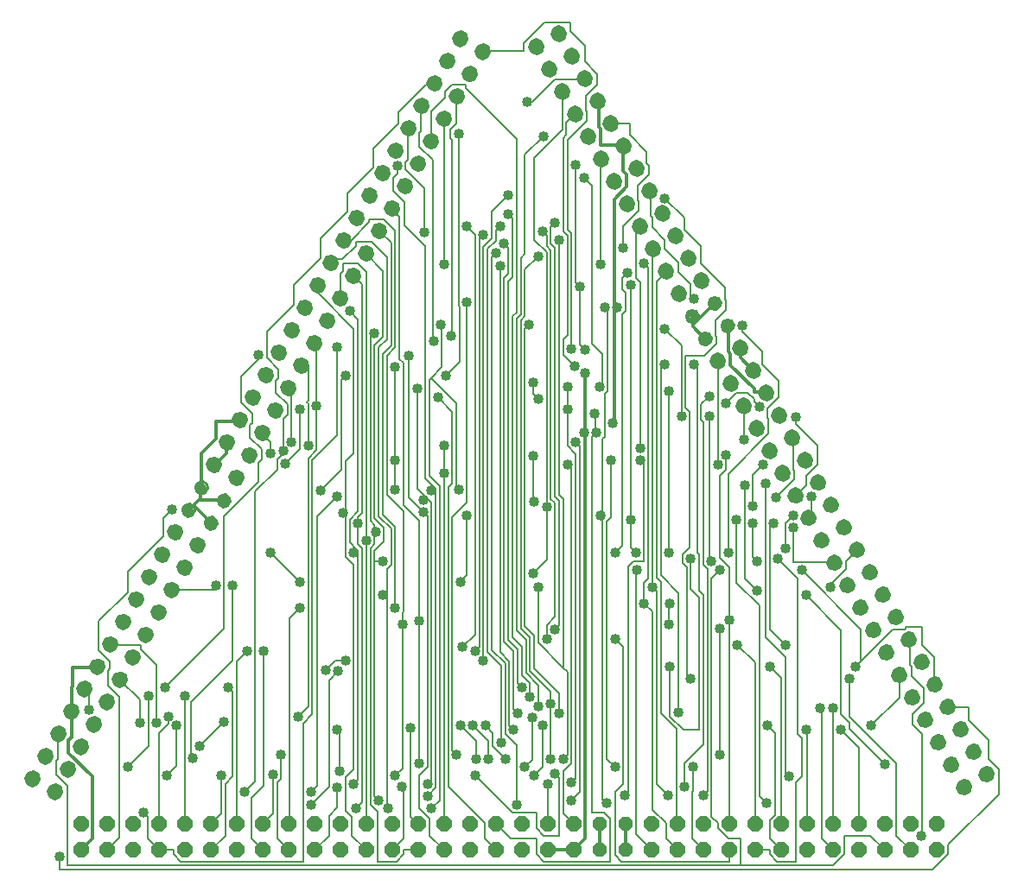
<source format=gtl>
G75*
%MOIN*%
%OFA0B0*%
%FSLAX25Y25*%
%IPPOS*%
%LPD*%
%AMOC8*
5,1,8,0,0,1.08239X$1,22.5*
%
%ADD10C,0.01200*%
%ADD11C,0.01120*%
%ADD12OC8,0.06000*%
%ADD13OC8,0.05600*%
%ADD14C,0.04000*%
%ADD15C,0.00800*%
D10*
X0046180Y0046636D02*
X0045580Y0046036D01*
X0045065Y0047956D01*
X0046059Y0049677D01*
X0047979Y0050192D01*
X0049700Y0049198D01*
X0050215Y0047278D01*
X0049221Y0045557D01*
X0047301Y0045042D01*
X0045580Y0046036D01*
X0046353Y0046629D01*
X0046031Y0047829D01*
X0046652Y0048904D01*
X0047852Y0049226D01*
X0048927Y0048605D01*
X0049249Y0047405D01*
X0048628Y0046330D01*
X0047428Y0046008D01*
X0046353Y0046629D01*
X0047126Y0047222D01*
X0046997Y0047702D01*
X0047245Y0048131D01*
X0047725Y0048260D01*
X0048154Y0048012D01*
X0048283Y0047532D01*
X0048035Y0047103D01*
X0047555Y0046974D01*
X0047126Y0047222D01*
X0054840Y0041636D02*
X0054240Y0041036D01*
X0053725Y0042956D01*
X0054719Y0044677D01*
X0056639Y0045192D01*
X0058360Y0044198D01*
X0058875Y0042278D01*
X0057881Y0040557D01*
X0055961Y0040042D01*
X0054240Y0041036D01*
X0055013Y0041629D01*
X0054691Y0042829D01*
X0055312Y0043904D01*
X0056512Y0044226D01*
X0057587Y0043605D01*
X0057909Y0042405D01*
X0057288Y0041330D01*
X0056088Y0041008D01*
X0055013Y0041629D01*
X0055786Y0042222D01*
X0055657Y0042702D01*
X0055905Y0043131D01*
X0056385Y0043260D01*
X0056814Y0043012D01*
X0056943Y0042532D01*
X0056695Y0042103D01*
X0056215Y0041974D01*
X0055786Y0042222D01*
X0059840Y0050296D02*
X0059240Y0049696D01*
X0058725Y0051616D01*
X0059719Y0053337D01*
X0061639Y0053852D01*
X0063360Y0052858D01*
X0063875Y0050938D01*
X0062881Y0049217D01*
X0060961Y0048702D01*
X0059240Y0049696D01*
X0060013Y0050289D01*
X0059691Y0051489D01*
X0060312Y0052564D01*
X0061512Y0052886D01*
X0062587Y0052265D01*
X0062909Y0051065D01*
X0062288Y0049990D01*
X0061088Y0049668D01*
X0060013Y0050289D01*
X0060786Y0050882D01*
X0060657Y0051362D01*
X0060905Y0051791D01*
X0061385Y0051920D01*
X0061814Y0051672D01*
X0061943Y0051192D01*
X0061695Y0050763D01*
X0061215Y0050634D01*
X0060786Y0050882D01*
X0061500Y0057800D02*
X0061500Y0062600D01*
X0062700Y0063800D01*
X0062700Y0073400D01*
X0062640Y0073597D01*
X0061180Y0072616D02*
X0060580Y0072016D01*
X0060065Y0073936D01*
X0061059Y0075657D01*
X0062979Y0076172D01*
X0064700Y0075178D01*
X0065215Y0073258D01*
X0064221Y0071537D01*
X0062301Y0071022D01*
X0060580Y0072016D01*
X0061353Y0072609D01*
X0061031Y0073809D01*
X0061652Y0074884D01*
X0062852Y0075206D01*
X0063927Y0074585D01*
X0064249Y0073385D01*
X0063628Y0072310D01*
X0062428Y0071988D01*
X0061353Y0072609D01*
X0062126Y0073202D01*
X0061997Y0073682D01*
X0062245Y0074111D01*
X0062725Y0074240D01*
X0063154Y0073992D01*
X0063283Y0073512D01*
X0063035Y0073083D01*
X0062555Y0072954D01*
X0062126Y0073202D01*
X0062640Y0073597D02*
X0062700Y0074200D01*
X0062700Y0083000D01*
X0063100Y0083400D01*
X0063100Y0090600D01*
X0072300Y0090600D01*
X0072640Y0090918D01*
X0071180Y0089937D02*
X0070580Y0089337D01*
X0070065Y0091257D01*
X0071059Y0092978D01*
X0072979Y0093493D01*
X0074700Y0092499D01*
X0075215Y0090579D01*
X0074221Y0088858D01*
X0072301Y0088343D01*
X0070580Y0089337D01*
X0071353Y0089930D01*
X0071031Y0091130D01*
X0071652Y0092205D01*
X0072852Y0092527D01*
X0073927Y0091906D01*
X0074249Y0090706D01*
X0073628Y0089631D01*
X0072428Y0089309D01*
X0071353Y0089930D01*
X0072126Y0090523D01*
X0071997Y0091003D01*
X0072245Y0091432D01*
X0072725Y0091561D01*
X0073154Y0091313D01*
X0073283Y0090833D01*
X0073035Y0090404D01*
X0072555Y0090275D01*
X0072126Y0090523D01*
X0066180Y0081277D02*
X0065580Y0080677D01*
X0065065Y0082597D01*
X0066059Y0084318D01*
X0067979Y0084833D01*
X0069700Y0083839D01*
X0070215Y0081919D01*
X0069221Y0080198D01*
X0067301Y0079683D01*
X0065580Y0080677D01*
X0066353Y0081270D01*
X0066031Y0082470D01*
X0066652Y0083545D01*
X0067852Y0083867D01*
X0068927Y0083246D01*
X0069249Y0082046D01*
X0068628Y0080971D01*
X0067428Y0080649D01*
X0066353Y0081270D01*
X0067126Y0081863D01*
X0066997Y0082343D01*
X0067245Y0082772D01*
X0067725Y0082901D01*
X0068154Y0082653D01*
X0068283Y0082173D01*
X0068035Y0081744D01*
X0067555Y0081615D01*
X0067126Y0081863D01*
X0074840Y0076277D02*
X0074240Y0075677D01*
X0073725Y0077597D01*
X0074719Y0079318D01*
X0076639Y0079833D01*
X0078360Y0078839D01*
X0078875Y0076919D01*
X0077881Y0075198D01*
X0075961Y0074683D01*
X0074240Y0075677D01*
X0075013Y0076270D01*
X0074691Y0077470D01*
X0075312Y0078545D01*
X0076512Y0078867D01*
X0077587Y0078246D01*
X0077909Y0077046D01*
X0077288Y0075971D01*
X0076088Y0075649D01*
X0075013Y0076270D01*
X0075786Y0076863D01*
X0075657Y0077343D01*
X0075905Y0077772D01*
X0076385Y0077901D01*
X0076814Y0077653D01*
X0076943Y0077173D01*
X0076695Y0076744D01*
X0076215Y0076615D01*
X0075786Y0076863D01*
X0069840Y0067616D02*
X0069240Y0067016D01*
X0068725Y0068936D01*
X0069719Y0070657D01*
X0071639Y0071172D01*
X0073360Y0070178D01*
X0073875Y0068258D01*
X0072881Y0066537D01*
X0070961Y0066022D01*
X0069240Y0067016D01*
X0070013Y0067609D01*
X0069691Y0068809D01*
X0070312Y0069884D01*
X0071512Y0070206D01*
X0072587Y0069585D01*
X0072909Y0068385D01*
X0072288Y0067310D01*
X0071088Y0066988D01*
X0070013Y0067609D01*
X0070786Y0068202D01*
X0070657Y0068682D01*
X0070905Y0069111D01*
X0071385Y0069240D01*
X0071814Y0068992D01*
X0071943Y0068512D01*
X0071695Y0068083D01*
X0071215Y0067954D01*
X0070786Y0068202D01*
X0064840Y0058956D02*
X0064240Y0058356D01*
X0063725Y0060276D01*
X0064719Y0061997D01*
X0066639Y0062512D01*
X0068360Y0061518D01*
X0068875Y0059598D01*
X0067881Y0057877D01*
X0065961Y0057362D01*
X0064240Y0058356D01*
X0065013Y0058949D01*
X0064691Y0060149D01*
X0065312Y0061224D01*
X0066512Y0061546D01*
X0067587Y0060925D01*
X0067909Y0059725D01*
X0067288Y0058650D01*
X0066088Y0058328D01*
X0065013Y0058949D01*
X0065786Y0059542D01*
X0065657Y0060022D01*
X0065905Y0060451D01*
X0066385Y0060580D01*
X0066814Y0060332D01*
X0066943Y0059852D01*
X0066695Y0059423D01*
X0066215Y0059294D01*
X0065786Y0059542D01*
X0061500Y0057800D02*
X0070700Y0048600D01*
X0070700Y0024600D01*
X0066300Y0020200D01*
X0051180Y0055296D02*
X0050580Y0054696D01*
X0050065Y0056616D01*
X0051059Y0058337D01*
X0052979Y0058852D01*
X0054700Y0057858D01*
X0055215Y0055938D01*
X0054221Y0054217D01*
X0052301Y0053702D01*
X0050580Y0054696D01*
X0051353Y0055289D01*
X0051031Y0056489D01*
X0051652Y0057564D01*
X0052852Y0057886D01*
X0053927Y0057265D01*
X0054249Y0056065D01*
X0053628Y0054990D01*
X0052428Y0054668D01*
X0051353Y0055289D01*
X0052126Y0055882D01*
X0051997Y0056362D01*
X0052245Y0056791D01*
X0052725Y0056920D01*
X0053154Y0056672D01*
X0053283Y0056192D01*
X0053035Y0055763D01*
X0052555Y0055634D01*
X0052126Y0055882D01*
X0056180Y0063956D02*
X0055580Y0063356D01*
X0055065Y0065276D01*
X0056059Y0066997D01*
X0057979Y0067512D01*
X0059700Y0066518D01*
X0060215Y0064598D01*
X0059221Y0062877D01*
X0057301Y0062362D01*
X0055580Y0063356D01*
X0056353Y0063949D01*
X0056031Y0065149D01*
X0056652Y0066224D01*
X0057852Y0066546D01*
X0058927Y0065925D01*
X0059249Y0064725D01*
X0058628Y0063650D01*
X0057428Y0063328D01*
X0056353Y0063949D01*
X0057126Y0064542D01*
X0056997Y0065022D01*
X0057245Y0065451D01*
X0057725Y0065580D01*
X0058154Y0065332D01*
X0058283Y0064852D01*
X0058035Y0064423D01*
X0057555Y0064294D01*
X0057126Y0064542D01*
X0079840Y0084937D02*
X0079240Y0084337D01*
X0078725Y0086257D01*
X0079719Y0087978D01*
X0081639Y0088493D01*
X0083360Y0087499D01*
X0083875Y0085579D01*
X0082881Y0083858D01*
X0080961Y0083343D01*
X0079240Y0084337D01*
X0080013Y0084930D01*
X0079691Y0086130D01*
X0080312Y0087205D01*
X0081512Y0087527D01*
X0082587Y0086906D01*
X0082909Y0085706D01*
X0082288Y0084631D01*
X0081088Y0084309D01*
X0080013Y0084930D01*
X0080786Y0085523D01*
X0080657Y0086003D01*
X0080905Y0086432D01*
X0081385Y0086561D01*
X0081814Y0086313D01*
X0081943Y0085833D01*
X0081695Y0085404D01*
X0081215Y0085275D01*
X0080786Y0085523D01*
X0084840Y0093597D02*
X0084240Y0092997D01*
X0083725Y0094917D01*
X0084719Y0096638D01*
X0086639Y0097153D01*
X0088360Y0096159D01*
X0088875Y0094239D01*
X0087881Y0092518D01*
X0085961Y0092003D01*
X0084240Y0092997D01*
X0085013Y0093590D01*
X0084691Y0094790D01*
X0085312Y0095865D01*
X0086512Y0096187D01*
X0087587Y0095566D01*
X0087909Y0094366D01*
X0087288Y0093291D01*
X0086088Y0092969D01*
X0085013Y0093590D01*
X0085786Y0094183D01*
X0085657Y0094663D01*
X0085905Y0095092D01*
X0086385Y0095221D01*
X0086814Y0094973D01*
X0086943Y0094493D01*
X0086695Y0094064D01*
X0086215Y0093935D01*
X0085786Y0094183D01*
X0076180Y0098597D02*
X0075580Y0097997D01*
X0075065Y0099917D01*
X0076059Y0101638D01*
X0077979Y0102153D01*
X0079700Y0101159D01*
X0080215Y0099239D01*
X0079221Y0097518D01*
X0077301Y0097003D01*
X0075580Y0097997D01*
X0076353Y0098590D01*
X0076031Y0099790D01*
X0076652Y0100865D01*
X0077852Y0101187D01*
X0078927Y0100566D01*
X0079249Y0099366D01*
X0078628Y0098291D01*
X0077428Y0097969D01*
X0076353Y0098590D01*
X0077126Y0099183D01*
X0076997Y0099663D01*
X0077245Y0100092D01*
X0077725Y0100221D01*
X0078154Y0099973D01*
X0078283Y0099493D01*
X0078035Y0099064D01*
X0077555Y0098935D01*
X0077126Y0099183D01*
X0081180Y0107257D02*
X0080580Y0106657D01*
X0080065Y0108577D01*
X0081059Y0110298D01*
X0082979Y0110813D01*
X0084700Y0109819D01*
X0085215Y0107899D01*
X0084221Y0106178D01*
X0082301Y0105663D01*
X0080580Y0106657D01*
X0081353Y0107250D01*
X0081031Y0108450D01*
X0081652Y0109525D01*
X0082852Y0109847D01*
X0083927Y0109226D01*
X0084249Y0108026D01*
X0083628Y0106951D01*
X0082428Y0106629D01*
X0081353Y0107250D01*
X0082126Y0107843D01*
X0081997Y0108323D01*
X0082245Y0108752D01*
X0082725Y0108881D01*
X0083154Y0108633D01*
X0083283Y0108153D01*
X0083035Y0107724D01*
X0082555Y0107595D01*
X0082126Y0107843D01*
X0089840Y0102257D02*
X0089240Y0101657D01*
X0088725Y0103577D01*
X0089719Y0105298D01*
X0091639Y0105813D01*
X0093360Y0104819D01*
X0093875Y0102899D01*
X0092881Y0101178D01*
X0090961Y0100663D01*
X0089240Y0101657D01*
X0090013Y0102250D01*
X0089691Y0103450D01*
X0090312Y0104525D01*
X0091512Y0104847D01*
X0092587Y0104226D01*
X0092909Y0103026D01*
X0092288Y0101951D01*
X0091088Y0101629D01*
X0090013Y0102250D01*
X0090786Y0102843D01*
X0090657Y0103323D01*
X0090905Y0103752D01*
X0091385Y0103881D01*
X0091814Y0103633D01*
X0091943Y0103153D01*
X0091695Y0102724D01*
X0091215Y0102595D01*
X0090786Y0102843D01*
X0094840Y0110918D02*
X0094240Y0110318D01*
X0093725Y0112238D01*
X0094719Y0113959D01*
X0096639Y0114474D01*
X0098360Y0113480D01*
X0098875Y0111560D01*
X0097881Y0109839D01*
X0095961Y0109324D01*
X0094240Y0110318D01*
X0095013Y0110911D01*
X0094691Y0112111D01*
X0095312Y0113186D01*
X0096512Y0113508D01*
X0097587Y0112887D01*
X0097909Y0111687D01*
X0097288Y0110612D01*
X0096088Y0110290D01*
X0095013Y0110911D01*
X0095786Y0111504D01*
X0095657Y0111984D01*
X0095905Y0112413D01*
X0096385Y0112542D01*
X0096814Y0112294D01*
X0096943Y0111814D01*
X0096695Y0111385D01*
X0096215Y0111256D01*
X0095786Y0111504D01*
X0086180Y0115918D02*
X0085580Y0115318D01*
X0085065Y0117238D01*
X0086059Y0118959D01*
X0087979Y0119474D01*
X0089700Y0118480D01*
X0090215Y0116560D01*
X0089221Y0114839D01*
X0087301Y0114324D01*
X0085580Y0115318D01*
X0086353Y0115911D01*
X0086031Y0117111D01*
X0086652Y0118186D01*
X0087852Y0118508D01*
X0088927Y0117887D01*
X0089249Y0116687D01*
X0088628Y0115612D01*
X0087428Y0115290D01*
X0086353Y0115911D01*
X0087126Y0116504D01*
X0086997Y0116984D01*
X0087245Y0117413D01*
X0087725Y0117542D01*
X0088154Y0117294D01*
X0088283Y0116814D01*
X0088035Y0116385D01*
X0087555Y0116256D01*
X0087126Y0116504D01*
X0091180Y0124578D02*
X0090580Y0123978D01*
X0090065Y0125898D01*
X0091059Y0127619D01*
X0092979Y0128134D01*
X0094700Y0127140D01*
X0095215Y0125220D01*
X0094221Y0123499D01*
X0092301Y0122984D01*
X0090580Y0123978D01*
X0091353Y0124571D01*
X0091031Y0125771D01*
X0091652Y0126846D01*
X0092852Y0127168D01*
X0093927Y0126547D01*
X0094249Y0125347D01*
X0093628Y0124272D01*
X0092428Y0123950D01*
X0091353Y0124571D01*
X0092126Y0125164D01*
X0091997Y0125644D01*
X0092245Y0126073D01*
X0092725Y0126202D01*
X0093154Y0125954D01*
X0093283Y0125474D01*
X0093035Y0125045D01*
X0092555Y0124916D01*
X0092126Y0125164D01*
X0099840Y0119578D02*
X0099240Y0118978D01*
X0098725Y0120898D01*
X0099719Y0122619D01*
X0101639Y0123134D01*
X0103360Y0122140D01*
X0103875Y0120220D01*
X0102881Y0118499D01*
X0100961Y0117984D01*
X0099240Y0118978D01*
X0100013Y0119571D01*
X0099691Y0120771D01*
X0100312Y0121846D01*
X0101512Y0122168D01*
X0102587Y0121547D01*
X0102909Y0120347D01*
X0102288Y0119272D01*
X0101088Y0118950D01*
X0100013Y0119571D01*
X0100786Y0120164D01*
X0100657Y0120644D01*
X0100905Y0121073D01*
X0101385Y0121202D01*
X0101814Y0120954D01*
X0101943Y0120474D01*
X0101695Y0120045D01*
X0101215Y0119916D01*
X0100786Y0120164D01*
X0104840Y0128238D02*
X0104240Y0127638D01*
X0103725Y0129558D01*
X0104719Y0131279D01*
X0106639Y0131794D01*
X0108360Y0130800D01*
X0108875Y0128880D01*
X0107881Y0127159D01*
X0105961Y0126644D01*
X0104240Y0127638D01*
X0105013Y0128231D01*
X0104691Y0129431D01*
X0105312Y0130506D01*
X0106512Y0130828D01*
X0107587Y0130207D01*
X0107909Y0129007D01*
X0107288Y0127932D01*
X0106088Y0127610D01*
X0105013Y0128231D01*
X0105786Y0128824D01*
X0105657Y0129304D01*
X0105905Y0129733D01*
X0106385Y0129862D01*
X0106814Y0129614D01*
X0106943Y0129134D01*
X0106695Y0128705D01*
X0106215Y0128576D01*
X0105786Y0128824D01*
X0096180Y0133238D02*
X0095580Y0132638D01*
X0095065Y0134558D01*
X0096059Y0136279D01*
X0097979Y0136794D01*
X0099700Y0135800D01*
X0100215Y0133880D01*
X0099221Y0132159D01*
X0097301Y0131644D01*
X0095580Y0132638D01*
X0096353Y0133231D01*
X0096031Y0134431D01*
X0096652Y0135506D01*
X0097852Y0135828D01*
X0098927Y0135207D01*
X0099249Y0134007D01*
X0098628Y0132932D01*
X0097428Y0132610D01*
X0096353Y0133231D01*
X0097126Y0133824D01*
X0096997Y0134304D01*
X0097245Y0134733D01*
X0097725Y0134862D01*
X0098154Y0134614D01*
X0098283Y0134134D01*
X0098035Y0133705D01*
X0097555Y0133576D01*
X0097126Y0133824D01*
X0101180Y0141898D02*
X0100580Y0141298D01*
X0100065Y0143218D01*
X0101059Y0144939D01*
X0102979Y0145454D01*
X0104700Y0144460D01*
X0105215Y0142540D01*
X0104221Y0140819D01*
X0102301Y0140304D01*
X0100580Y0141298D01*
X0101353Y0141891D01*
X0101031Y0143091D01*
X0101652Y0144166D01*
X0102852Y0144488D01*
X0103927Y0143867D01*
X0104249Y0142667D01*
X0103628Y0141592D01*
X0102428Y0141270D01*
X0101353Y0141891D01*
X0102126Y0142484D01*
X0101997Y0142964D01*
X0102245Y0143393D01*
X0102725Y0143522D01*
X0103154Y0143274D01*
X0103283Y0142794D01*
X0103035Y0142365D01*
X0102555Y0142236D01*
X0102126Y0142484D01*
X0109840Y0136898D02*
X0109240Y0136298D01*
X0108725Y0138218D01*
X0109719Y0139939D01*
X0111639Y0140454D01*
X0113360Y0139460D01*
X0113875Y0137540D01*
X0112881Y0135819D01*
X0110961Y0135304D01*
X0109240Y0136298D01*
X0110013Y0136891D01*
X0109691Y0138091D01*
X0110312Y0139166D01*
X0111512Y0139488D01*
X0112587Y0138867D01*
X0112909Y0137667D01*
X0112288Y0136592D01*
X0111088Y0136270D01*
X0110013Y0136891D01*
X0110786Y0137484D01*
X0110657Y0137964D01*
X0110905Y0138393D01*
X0111385Y0138522D01*
X0111814Y0138274D01*
X0111943Y0137794D01*
X0111695Y0137365D01*
X0111215Y0137236D01*
X0110786Y0137484D01*
X0116300Y0146540D02*
X0116300Y0146600D01*
X0109900Y0153000D01*
X0107640Y0151540D01*
X0107900Y0151800D01*
X0111900Y0155800D01*
X0112300Y0155400D01*
X0121100Y0155400D01*
X0121300Y0155200D01*
X0112300Y0156200D02*
X0112300Y0159800D01*
X0112640Y0160200D01*
X0112700Y0160600D01*
X0112700Y0173400D01*
X0118300Y0179000D01*
X0118300Y0185800D01*
X0127500Y0185800D01*
X0127640Y0186181D01*
X0126180Y0185200D02*
X0125580Y0184600D01*
X0125065Y0186520D01*
X0126059Y0188241D01*
X0127979Y0188756D01*
X0129700Y0187762D01*
X0130215Y0185842D01*
X0129221Y0184121D01*
X0127301Y0183606D01*
X0125580Y0184600D01*
X0126353Y0185193D01*
X0126031Y0186393D01*
X0126652Y0187468D01*
X0127852Y0187790D01*
X0128927Y0187169D01*
X0129249Y0185969D01*
X0128628Y0184894D01*
X0127428Y0184572D01*
X0126353Y0185193D01*
X0127126Y0185786D01*
X0126997Y0186266D01*
X0127245Y0186695D01*
X0127725Y0186824D01*
X0128154Y0186576D01*
X0128283Y0186096D01*
X0128035Y0185667D01*
X0127555Y0185538D01*
X0127126Y0185786D01*
X0121180Y0176539D02*
X0120580Y0175939D01*
X0120065Y0177859D01*
X0121059Y0179580D01*
X0122979Y0180095D01*
X0124700Y0179101D01*
X0125215Y0177181D01*
X0124221Y0175460D01*
X0122301Y0174945D01*
X0120580Y0175939D01*
X0121353Y0176532D01*
X0121031Y0177732D01*
X0121652Y0178807D01*
X0122852Y0179129D01*
X0123927Y0178508D01*
X0124249Y0177308D01*
X0123628Y0176233D01*
X0122428Y0175911D01*
X0121353Y0176532D01*
X0122126Y0177125D01*
X0121997Y0177605D01*
X0122245Y0178034D01*
X0122725Y0178163D01*
X0123154Y0177915D01*
X0123283Y0177435D01*
X0123035Y0177006D01*
X0122555Y0176877D01*
X0122126Y0177125D01*
X0122300Y0177400D02*
X0122640Y0177520D01*
X0122300Y0177400D02*
X0122300Y0173400D01*
X0117900Y0169000D01*
X0117640Y0168860D01*
X0116180Y0167879D02*
X0115580Y0167279D01*
X0115065Y0169199D01*
X0116059Y0170920D01*
X0117979Y0171435D01*
X0119700Y0170441D01*
X0120215Y0168521D01*
X0119221Y0166800D01*
X0117301Y0166285D01*
X0115580Y0167279D01*
X0116353Y0167872D01*
X0116031Y0169072D01*
X0116652Y0170147D01*
X0117852Y0170469D01*
X0118927Y0169848D01*
X0119249Y0168648D01*
X0118628Y0167573D01*
X0117428Y0167251D01*
X0116353Y0167872D01*
X0117126Y0168465D01*
X0116997Y0168945D01*
X0117245Y0169374D01*
X0117725Y0169503D01*
X0118154Y0169255D01*
X0118283Y0168775D01*
X0118035Y0168346D01*
X0117555Y0168217D01*
X0117126Y0168465D01*
X0124840Y0162879D02*
X0124240Y0162279D01*
X0123725Y0164199D01*
X0124719Y0165920D01*
X0126639Y0166435D01*
X0128360Y0165441D01*
X0128875Y0163521D01*
X0127881Y0161800D01*
X0125961Y0161285D01*
X0124240Y0162279D01*
X0125013Y0162872D01*
X0124691Y0164072D01*
X0125312Y0165147D01*
X0126512Y0165469D01*
X0127587Y0164848D01*
X0127909Y0163648D01*
X0127288Y0162573D01*
X0126088Y0162251D01*
X0125013Y0162872D01*
X0125786Y0163465D01*
X0125657Y0163945D01*
X0125905Y0164374D01*
X0126385Y0164503D01*
X0126814Y0164255D01*
X0126943Y0163775D01*
X0126695Y0163346D01*
X0126215Y0163217D01*
X0125786Y0163465D01*
X0129840Y0171539D02*
X0129240Y0170939D01*
X0128725Y0172859D01*
X0129719Y0174580D01*
X0131639Y0175095D01*
X0133360Y0174101D01*
X0133875Y0172181D01*
X0132881Y0170460D01*
X0130961Y0169945D01*
X0129240Y0170939D01*
X0130013Y0171532D01*
X0129691Y0172732D01*
X0130312Y0173807D01*
X0131512Y0174129D01*
X0132587Y0173508D01*
X0132909Y0172308D01*
X0132288Y0171233D01*
X0131088Y0170911D01*
X0130013Y0171532D01*
X0130786Y0172125D01*
X0130657Y0172605D01*
X0130905Y0173034D01*
X0131385Y0173163D01*
X0131814Y0172915D01*
X0131943Y0172435D01*
X0131695Y0172006D01*
X0131215Y0171877D01*
X0130786Y0172125D01*
X0134840Y0180200D02*
X0134240Y0179600D01*
X0133725Y0181520D01*
X0134719Y0183241D01*
X0136639Y0183756D01*
X0138360Y0182762D01*
X0138875Y0180842D01*
X0137881Y0179121D01*
X0135961Y0178606D01*
X0134240Y0179600D01*
X0135013Y0180193D01*
X0134691Y0181393D01*
X0135312Y0182468D01*
X0136512Y0182790D01*
X0137587Y0182169D01*
X0137909Y0180969D01*
X0137288Y0179894D01*
X0136088Y0179572D01*
X0135013Y0180193D01*
X0135786Y0180786D01*
X0135657Y0181266D01*
X0135905Y0181695D01*
X0136385Y0181824D01*
X0136814Y0181576D01*
X0136943Y0181096D01*
X0136695Y0180667D01*
X0136215Y0180538D01*
X0135786Y0180786D01*
X0139840Y0188860D02*
X0139240Y0188260D01*
X0138725Y0190180D01*
X0139719Y0191901D01*
X0141639Y0192416D01*
X0143360Y0191422D01*
X0143875Y0189502D01*
X0142881Y0187781D01*
X0140961Y0187266D01*
X0139240Y0188260D01*
X0140013Y0188853D01*
X0139691Y0190053D01*
X0140312Y0191128D01*
X0141512Y0191450D01*
X0142587Y0190829D01*
X0142909Y0189629D01*
X0142288Y0188554D01*
X0141088Y0188232D01*
X0140013Y0188853D01*
X0140786Y0189446D01*
X0140657Y0189926D01*
X0140905Y0190355D01*
X0141385Y0190484D01*
X0141814Y0190236D01*
X0141943Y0189756D01*
X0141695Y0189327D01*
X0141215Y0189198D01*
X0140786Y0189446D01*
X0131180Y0193860D02*
X0130580Y0193260D01*
X0130065Y0195180D01*
X0131059Y0196901D01*
X0132979Y0197416D01*
X0134700Y0196422D01*
X0135215Y0194502D01*
X0134221Y0192781D01*
X0132301Y0192266D01*
X0130580Y0193260D01*
X0131353Y0193853D01*
X0131031Y0195053D01*
X0131652Y0196128D01*
X0132852Y0196450D01*
X0133927Y0195829D01*
X0134249Y0194629D01*
X0133628Y0193554D01*
X0132428Y0193232D01*
X0131353Y0193853D01*
X0132126Y0194446D01*
X0131997Y0194926D01*
X0132245Y0195355D01*
X0132725Y0195484D01*
X0133154Y0195236D01*
X0133283Y0194756D01*
X0133035Y0194327D01*
X0132555Y0194198D01*
X0132126Y0194446D01*
X0136180Y0202520D02*
X0135580Y0201920D01*
X0135065Y0203840D01*
X0136059Y0205561D01*
X0137979Y0206076D01*
X0139700Y0205082D01*
X0140215Y0203162D01*
X0139221Y0201441D01*
X0137301Y0200926D01*
X0135580Y0201920D01*
X0136353Y0202513D01*
X0136031Y0203713D01*
X0136652Y0204788D01*
X0137852Y0205110D01*
X0138927Y0204489D01*
X0139249Y0203289D01*
X0138628Y0202214D01*
X0137428Y0201892D01*
X0136353Y0202513D01*
X0137126Y0203106D01*
X0136997Y0203586D01*
X0137245Y0204015D01*
X0137725Y0204144D01*
X0138154Y0203896D01*
X0138283Y0203416D01*
X0138035Y0202987D01*
X0137555Y0202858D01*
X0137126Y0203106D01*
X0141180Y0211181D02*
X0140580Y0210581D01*
X0140065Y0212501D01*
X0141059Y0214222D01*
X0142979Y0214737D01*
X0144700Y0213743D01*
X0145215Y0211823D01*
X0144221Y0210102D01*
X0142301Y0209587D01*
X0140580Y0210581D01*
X0141353Y0211174D01*
X0141031Y0212374D01*
X0141652Y0213449D01*
X0142852Y0213771D01*
X0143927Y0213150D01*
X0144249Y0211950D01*
X0143628Y0210875D01*
X0142428Y0210553D01*
X0141353Y0211174D01*
X0142126Y0211767D01*
X0141997Y0212247D01*
X0142245Y0212676D01*
X0142725Y0212805D01*
X0143154Y0212557D01*
X0143283Y0212077D01*
X0143035Y0211648D01*
X0142555Y0211519D01*
X0142126Y0211767D01*
X0149840Y0206181D02*
X0149240Y0205581D01*
X0148725Y0207501D01*
X0149719Y0209222D01*
X0151639Y0209737D01*
X0153360Y0208743D01*
X0153875Y0206823D01*
X0152881Y0205102D01*
X0150961Y0204587D01*
X0149240Y0205581D01*
X0150013Y0206174D01*
X0149691Y0207374D01*
X0150312Y0208449D01*
X0151512Y0208771D01*
X0152587Y0208150D01*
X0152909Y0206950D01*
X0152288Y0205875D01*
X0151088Y0205553D01*
X0150013Y0206174D01*
X0150786Y0206767D01*
X0150657Y0207247D01*
X0150905Y0207676D01*
X0151385Y0207805D01*
X0151814Y0207557D01*
X0151943Y0207077D01*
X0151695Y0206648D01*
X0151215Y0206519D01*
X0150786Y0206767D01*
X0144840Y0197520D02*
X0144240Y0196920D01*
X0143725Y0198840D01*
X0144719Y0200561D01*
X0146639Y0201076D01*
X0148360Y0200082D01*
X0148875Y0198162D01*
X0147881Y0196441D01*
X0145961Y0195926D01*
X0144240Y0196920D01*
X0145013Y0197513D01*
X0144691Y0198713D01*
X0145312Y0199788D01*
X0146512Y0200110D01*
X0147587Y0199489D01*
X0147909Y0198289D01*
X0147288Y0197214D01*
X0146088Y0196892D01*
X0145013Y0197513D01*
X0145786Y0198106D01*
X0145657Y0198586D01*
X0145905Y0199015D01*
X0146385Y0199144D01*
X0146814Y0198896D01*
X0146943Y0198416D01*
X0146695Y0197987D01*
X0146215Y0197858D01*
X0145786Y0198106D01*
X0154840Y0214841D02*
X0154240Y0214241D01*
X0153725Y0216161D01*
X0154719Y0217882D01*
X0156639Y0218397D01*
X0158360Y0217403D01*
X0158875Y0215483D01*
X0157881Y0213762D01*
X0155961Y0213247D01*
X0154240Y0214241D01*
X0155013Y0214834D01*
X0154691Y0216034D01*
X0155312Y0217109D01*
X0156512Y0217431D01*
X0157587Y0216810D01*
X0157909Y0215610D01*
X0157288Y0214535D01*
X0156088Y0214213D01*
X0155013Y0214834D01*
X0155786Y0215427D01*
X0155657Y0215907D01*
X0155905Y0216336D01*
X0156385Y0216465D01*
X0156814Y0216217D01*
X0156943Y0215737D01*
X0156695Y0215308D01*
X0156215Y0215179D01*
X0155786Y0215427D01*
X0146180Y0219841D02*
X0145580Y0219241D01*
X0145065Y0221161D01*
X0146059Y0222882D01*
X0147979Y0223397D01*
X0149700Y0222403D01*
X0150215Y0220483D01*
X0149221Y0218762D01*
X0147301Y0218247D01*
X0145580Y0219241D01*
X0146353Y0219834D01*
X0146031Y0221034D01*
X0146652Y0222109D01*
X0147852Y0222431D01*
X0148927Y0221810D01*
X0149249Y0220610D01*
X0148628Y0219535D01*
X0147428Y0219213D01*
X0146353Y0219834D01*
X0147126Y0220427D01*
X0146997Y0220907D01*
X0147245Y0221336D01*
X0147725Y0221465D01*
X0148154Y0221217D01*
X0148283Y0220737D01*
X0148035Y0220308D01*
X0147555Y0220179D01*
X0147126Y0220427D01*
X0151180Y0228501D02*
X0150580Y0227901D01*
X0150065Y0229821D01*
X0151059Y0231542D01*
X0152979Y0232057D01*
X0154700Y0231063D01*
X0155215Y0229143D01*
X0154221Y0227422D01*
X0152301Y0226907D01*
X0150580Y0227901D01*
X0151353Y0228494D01*
X0151031Y0229694D01*
X0151652Y0230769D01*
X0152852Y0231091D01*
X0153927Y0230470D01*
X0154249Y0229270D01*
X0153628Y0228195D01*
X0152428Y0227873D01*
X0151353Y0228494D01*
X0152126Y0229087D01*
X0151997Y0229567D01*
X0152245Y0229996D01*
X0152725Y0230125D01*
X0153154Y0229877D01*
X0153283Y0229397D01*
X0153035Y0228968D01*
X0152555Y0228839D01*
X0152126Y0229087D01*
X0159840Y0223501D02*
X0159240Y0222901D01*
X0158725Y0224821D01*
X0159719Y0226542D01*
X0161639Y0227057D01*
X0163360Y0226063D01*
X0163875Y0224143D01*
X0162881Y0222422D01*
X0160961Y0221907D01*
X0159240Y0222901D01*
X0160013Y0223494D01*
X0159691Y0224694D01*
X0160312Y0225769D01*
X0161512Y0226091D01*
X0162587Y0225470D01*
X0162909Y0224270D01*
X0162288Y0223195D01*
X0161088Y0222873D01*
X0160013Y0223494D01*
X0160786Y0224087D01*
X0160657Y0224567D01*
X0160905Y0224996D01*
X0161385Y0225125D01*
X0161814Y0224877D01*
X0161943Y0224397D01*
X0161695Y0223968D01*
X0161215Y0223839D01*
X0160786Y0224087D01*
X0164840Y0232161D02*
X0164240Y0231561D01*
X0163725Y0233481D01*
X0164719Y0235202D01*
X0166639Y0235717D01*
X0168360Y0234723D01*
X0168875Y0232803D01*
X0167881Y0231082D01*
X0165961Y0230567D01*
X0164240Y0231561D01*
X0165013Y0232154D01*
X0164691Y0233354D01*
X0165312Y0234429D01*
X0166512Y0234751D01*
X0167587Y0234130D01*
X0167909Y0232930D01*
X0167288Y0231855D01*
X0166088Y0231533D01*
X0165013Y0232154D01*
X0165786Y0232747D01*
X0165657Y0233227D01*
X0165905Y0233656D01*
X0166385Y0233785D01*
X0166814Y0233537D01*
X0166943Y0233057D01*
X0166695Y0232628D01*
X0166215Y0232499D01*
X0165786Y0232747D01*
X0156180Y0237161D02*
X0155580Y0236561D01*
X0155065Y0238481D01*
X0156059Y0240202D01*
X0157979Y0240717D01*
X0159700Y0239723D01*
X0160215Y0237803D01*
X0159221Y0236082D01*
X0157301Y0235567D01*
X0155580Y0236561D01*
X0156353Y0237154D01*
X0156031Y0238354D01*
X0156652Y0239429D01*
X0157852Y0239751D01*
X0158927Y0239130D01*
X0159249Y0237930D01*
X0158628Y0236855D01*
X0157428Y0236533D01*
X0156353Y0237154D01*
X0157126Y0237747D01*
X0156997Y0238227D01*
X0157245Y0238656D01*
X0157725Y0238785D01*
X0158154Y0238537D01*
X0158283Y0238057D01*
X0158035Y0237628D01*
X0157555Y0237499D01*
X0157126Y0237747D01*
X0161180Y0245822D02*
X0160580Y0245222D01*
X0160065Y0247142D01*
X0161059Y0248863D01*
X0162979Y0249378D01*
X0164700Y0248384D01*
X0165215Y0246464D01*
X0164221Y0244743D01*
X0162301Y0244228D01*
X0160580Y0245222D01*
X0161353Y0245815D01*
X0161031Y0247015D01*
X0161652Y0248090D01*
X0162852Y0248412D01*
X0163927Y0247791D01*
X0164249Y0246591D01*
X0163628Y0245516D01*
X0162428Y0245194D01*
X0161353Y0245815D01*
X0162126Y0246408D01*
X0161997Y0246888D01*
X0162245Y0247317D01*
X0162725Y0247446D01*
X0163154Y0247198D01*
X0163283Y0246718D01*
X0163035Y0246289D01*
X0162555Y0246160D01*
X0162126Y0246408D01*
X0169840Y0240822D02*
X0169240Y0240222D01*
X0168725Y0242142D01*
X0169719Y0243863D01*
X0171639Y0244378D01*
X0173360Y0243384D01*
X0173875Y0241464D01*
X0172881Y0239743D01*
X0170961Y0239228D01*
X0169240Y0240222D01*
X0170013Y0240815D01*
X0169691Y0242015D01*
X0170312Y0243090D01*
X0171512Y0243412D01*
X0172587Y0242791D01*
X0172909Y0241591D01*
X0172288Y0240516D01*
X0171088Y0240194D01*
X0170013Y0240815D01*
X0170786Y0241408D01*
X0170657Y0241888D01*
X0170905Y0242317D01*
X0171385Y0242446D01*
X0171814Y0242198D01*
X0171943Y0241718D01*
X0171695Y0241289D01*
X0171215Y0241160D01*
X0170786Y0241408D01*
X0174840Y0249482D02*
X0174240Y0248882D01*
X0173725Y0250802D01*
X0174719Y0252523D01*
X0176639Y0253038D01*
X0178360Y0252044D01*
X0178875Y0250124D01*
X0177881Y0248403D01*
X0175961Y0247888D01*
X0174240Y0248882D01*
X0175013Y0249475D01*
X0174691Y0250675D01*
X0175312Y0251750D01*
X0176512Y0252072D01*
X0177587Y0251451D01*
X0177909Y0250251D01*
X0177288Y0249176D01*
X0176088Y0248854D01*
X0175013Y0249475D01*
X0175786Y0250068D01*
X0175657Y0250548D01*
X0175905Y0250977D01*
X0176385Y0251106D01*
X0176814Y0250858D01*
X0176943Y0250378D01*
X0176695Y0249949D01*
X0176215Y0249820D01*
X0175786Y0250068D01*
X0166180Y0254482D02*
X0165580Y0253882D01*
X0165065Y0255802D01*
X0166059Y0257523D01*
X0167979Y0258038D01*
X0169700Y0257044D01*
X0170215Y0255124D01*
X0169221Y0253403D01*
X0167301Y0252888D01*
X0165580Y0253882D01*
X0166353Y0254475D01*
X0166031Y0255675D01*
X0166652Y0256750D01*
X0167852Y0257072D01*
X0168927Y0256451D01*
X0169249Y0255251D01*
X0168628Y0254176D01*
X0167428Y0253854D01*
X0166353Y0254475D01*
X0167126Y0255068D01*
X0166997Y0255548D01*
X0167245Y0255977D01*
X0167725Y0256106D01*
X0168154Y0255858D01*
X0168283Y0255378D01*
X0168035Y0254949D01*
X0167555Y0254820D01*
X0167126Y0255068D01*
X0171180Y0263142D02*
X0170580Y0262542D01*
X0170065Y0264462D01*
X0171059Y0266183D01*
X0172979Y0266698D01*
X0174700Y0265704D01*
X0175215Y0263784D01*
X0174221Y0262063D01*
X0172301Y0261548D01*
X0170580Y0262542D01*
X0171353Y0263135D01*
X0171031Y0264335D01*
X0171652Y0265410D01*
X0172852Y0265732D01*
X0173927Y0265111D01*
X0174249Y0263911D01*
X0173628Y0262836D01*
X0172428Y0262514D01*
X0171353Y0263135D01*
X0172126Y0263728D01*
X0171997Y0264208D01*
X0172245Y0264637D01*
X0172725Y0264766D01*
X0173154Y0264518D01*
X0173283Y0264038D01*
X0173035Y0263609D01*
X0172555Y0263480D01*
X0172126Y0263728D01*
X0179840Y0258142D02*
X0179240Y0257542D01*
X0178725Y0259462D01*
X0179719Y0261183D01*
X0181639Y0261698D01*
X0183360Y0260704D01*
X0183875Y0258784D01*
X0182881Y0257063D01*
X0180961Y0256548D01*
X0179240Y0257542D01*
X0180013Y0258135D01*
X0179691Y0259335D01*
X0180312Y0260410D01*
X0181512Y0260732D01*
X0182587Y0260111D01*
X0182909Y0258911D01*
X0182288Y0257836D01*
X0181088Y0257514D01*
X0180013Y0258135D01*
X0180786Y0258728D01*
X0180657Y0259208D01*
X0180905Y0259637D01*
X0181385Y0259766D01*
X0181814Y0259518D01*
X0181943Y0259038D01*
X0181695Y0258609D01*
X0181215Y0258480D01*
X0180786Y0258728D01*
X0184840Y0266802D02*
X0184240Y0266202D01*
X0183725Y0268122D01*
X0184719Y0269843D01*
X0186639Y0270358D01*
X0188360Y0269364D01*
X0188875Y0267444D01*
X0187881Y0265723D01*
X0185961Y0265208D01*
X0184240Y0266202D01*
X0185013Y0266795D01*
X0184691Y0267995D01*
X0185312Y0269070D01*
X0186512Y0269392D01*
X0187587Y0268771D01*
X0187909Y0267571D01*
X0187288Y0266496D01*
X0186088Y0266174D01*
X0185013Y0266795D01*
X0185786Y0267388D01*
X0185657Y0267868D01*
X0185905Y0268297D01*
X0186385Y0268426D01*
X0186814Y0268178D01*
X0186943Y0267698D01*
X0186695Y0267269D01*
X0186215Y0267140D01*
X0185786Y0267388D01*
X0176180Y0271802D02*
X0175580Y0271202D01*
X0175065Y0273122D01*
X0176059Y0274843D01*
X0177979Y0275358D01*
X0179700Y0274364D01*
X0180215Y0272444D01*
X0179221Y0270723D01*
X0177301Y0270208D01*
X0175580Y0271202D01*
X0176353Y0271795D01*
X0176031Y0272995D01*
X0176652Y0274070D01*
X0177852Y0274392D01*
X0178927Y0273771D01*
X0179249Y0272571D01*
X0178628Y0271496D01*
X0177428Y0271174D01*
X0176353Y0271795D01*
X0177126Y0272388D01*
X0176997Y0272868D01*
X0177245Y0273297D01*
X0177725Y0273426D01*
X0178154Y0273178D01*
X0178283Y0272698D01*
X0178035Y0272269D01*
X0177555Y0272140D01*
X0177126Y0272388D01*
X0181180Y0280463D02*
X0180580Y0279863D01*
X0180065Y0281783D01*
X0181059Y0283504D01*
X0182979Y0284019D01*
X0184700Y0283025D01*
X0185215Y0281105D01*
X0184221Y0279384D01*
X0182301Y0278869D01*
X0180580Y0279863D01*
X0181353Y0280456D01*
X0181031Y0281656D01*
X0181652Y0282731D01*
X0182852Y0283053D01*
X0183927Y0282432D01*
X0184249Y0281232D01*
X0183628Y0280157D01*
X0182428Y0279835D01*
X0181353Y0280456D01*
X0182126Y0281049D01*
X0181997Y0281529D01*
X0182245Y0281958D01*
X0182725Y0282087D01*
X0183154Y0281839D01*
X0183283Y0281359D01*
X0183035Y0280930D01*
X0182555Y0280801D01*
X0182126Y0281049D01*
X0189840Y0275463D02*
X0189240Y0274863D01*
X0188725Y0276783D01*
X0189719Y0278504D01*
X0191639Y0279019D01*
X0193360Y0278025D01*
X0193875Y0276105D01*
X0192881Y0274384D01*
X0190961Y0273869D01*
X0189240Y0274863D01*
X0190013Y0275456D01*
X0189691Y0276656D01*
X0190312Y0277731D01*
X0191512Y0278053D01*
X0192587Y0277432D01*
X0192909Y0276232D01*
X0192288Y0275157D01*
X0191088Y0274835D01*
X0190013Y0275456D01*
X0190786Y0276049D01*
X0190657Y0276529D01*
X0190905Y0276958D01*
X0191385Y0277087D01*
X0191814Y0276839D01*
X0191943Y0276359D01*
X0191695Y0275930D01*
X0191215Y0275801D01*
X0190786Y0276049D01*
X0194840Y0284123D02*
X0194240Y0283523D01*
X0193725Y0285443D01*
X0194719Y0287164D01*
X0196639Y0287679D01*
X0198360Y0286685D01*
X0198875Y0284765D01*
X0197881Y0283044D01*
X0195961Y0282529D01*
X0194240Y0283523D01*
X0195013Y0284116D01*
X0194691Y0285316D01*
X0195312Y0286391D01*
X0196512Y0286713D01*
X0197587Y0286092D01*
X0197909Y0284892D01*
X0197288Y0283817D01*
X0196088Y0283495D01*
X0195013Y0284116D01*
X0195786Y0284709D01*
X0195657Y0285189D01*
X0195905Y0285618D01*
X0196385Y0285747D01*
X0196814Y0285499D01*
X0196943Y0285019D01*
X0196695Y0284590D01*
X0196215Y0284461D01*
X0195786Y0284709D01*
X0186180Y0289123D02*
X0185580Y0288523D01*
X0185065Y0290443D01*
X0186059Y0292164D01*
X0187979Y0292679D01*
X0189700Y0291685D01*
X0190215Y0289765D01*
X0189221Y0288044D01*
X0187301Y0287529D01*
X0185580Y0288523D01*
X0186353Y0289116D01*
X0186031Y0290316D01*
X0186652Y0291391D01*
X0187852Y0291713D01*
X0188927Y0291092D01*
X0189249Y0289892D01*
X0188628Y0288817D01*
X0187428Y0288495D01*
X0186353Y0289116D01*
X0187126Y0289709D01*
X0186997Y0290189D01*
X0187245Y0290618D01*
X0187725Y0290747D01*
X0188154Y0290499D01*
X0188283Y0290019D01*
X0188035Y0289590D01*
X0187555Y0289461D01*
X0187126Y0289709D01*
X0191180Y0297783D02*
X0190580Y0297183D01*
X0190065Y0299103D01*
X0191059Y0300824D01*
X0192979Y0301339D01*
X0194700Y0300345D01*
X0195215Y0298425D01*
X0194221Y0296704D01*
X0192301Y0296189D01*
X0190580Y0297183D01*
X0191353Y0297776D01*
X0191031Y0298976D01*
X0191652Y0300051D01*
X0192852Y0300373D01*
X0193927Y0299752D01*
X0194249Y0298552D01*
X0193628Y0297477D01*
X0192428Y0297155D01*
X0191353Y0297776D01*
X0192126Y0298369D01*
X0191997Y0298849D01*
X0192245Y0299278D01*
X0192725Y0299407D01*
X0193154Y0299159D01*
X0193283Y0298679D01*
X0193035Y0298250D01*
X0192555Y0298121D01*
X0192126Y0298369D01*
X0199840Y0292783D02*
X0199240Y0292183D01*
X0198725Y0294103D01*
X0199719Y0295824D01*
X0201639Y0296339D01*
X0203360Y0295345D01*
X0203875Y0293425D01*
X0202881Y0291704D01*
X0200961Y0291189D01*
X0199240Y0292183D01*
X0200013Y0292776D01*
X0199691Y0293976D01*
X0200312Y0295051D01*
X0201512Y0295373D01*
X0202587Y0294752D01*
X0202909Y0293552D01*
X0202288Y0292477D01*
X0201088Y0292155D01*
X0200013Y0292776D01*
X0200786Y0293369D01*
X0200657Y0293849D01*
X0200905Y0294278D01*
X0201385Y0294407D01*
X0201814Y0294159D01*
X0201943Y0293679D01*
X0201695Y0293250D01*
X0201215Y0293121D01*
X0200786Y0293369D01*
X0204840Y0301443D02*
X0204240Y0300843D01*
X0203725Y0302763D01*
X0204719Y0304484D01*
X0206639Y0304999D01*
X0208360Y0304005D01*
X0208875Y0302085D01*
X0207881Y0300364D01*
X0205961Y0299849D01*
X0204240Y0300843D01*
X0205013Y0301436D01*
X0204691Y0302636D01*
X0205312Y0303711D01*
X0206512Y0304033D01*
X0207587Y0303412D01*
X0207909Y0302212D01*
X0207288Y0301137D01*
X0206088Y0300815D01*
X0205013Y0301436D01*
X0205786Y0302029D01*
X0205657Y0302509D01*
X0205905Y0302938D01*
X0206385Y0303067D01*
X0206814Y0302819D01*
X0206943Y0302339D01*
X0206695Y0301910D01*
X0206215Y0301781D01*
X0205786Y0302029D01*
X0196180Y0306443D02*
X0195580Y0305843D01*
X0195065Y0307763D01*
X0196059Y0309484D01*
X0197979Y0309999D01*
X0199700Y0309005D01*
X0200215Y0307085D01*
X0199221Y0305364D01*
X0197301Y0304849D01*
X0195580Y0305843D01*
X0196353Y0306436D01*
X0196031Y0307636D01*
X0196652Y0308711D01*
X0197852Y0309033D01*
X0198927Y0308412D01*
X0199249Y0307212D01*
X0198628Y0306137D01*
X0197428Y0305815D01*
X0196353Y0306436D01*
X0197126Y0307029D01*
X0196997Y0307509D01*
X0197245Y0307938D01*
X0197725Y0308067D01*
X0198154Y0307819D01*
X0198283Y0307339D01*
X0198035Y0306910D01*
X0197555Y0306781D01*
X0197126Y0307029D01*
X0201180Y0315104D02*
X0200580Y0314504D01*
X0200065Y0316424D01*
X0201059Y0318145D01*
X0202979Y0318660D01*
X0204700Y0317666D01*
X0205215Y0315746D01*
X0204221Y0314025D01*
X0202301Y0313510D01*
X0200580Y0314504D01*
X0201353Y0315097D01*
X0201031Y0316297D01*
X0201652Y0317372D01*
X0202852Y0317694D01*
X0203927Y0317073D01*
X0204249Y0315873D01*
X0203628Y0314798D01*
X0202428Y0314476D01*
X0201353Y0315097D01*
X0202126Y0315690D01*
X0201997Y0316170D01*
X0202245Y0316599D01*
X0202725Y0316728D01*
X0203154Y0316480D01*
X0203283Y0316000D01*
X0203035Y0315571D01*
X0202555Y0315442D01*
X0202126Y0315690D01*
X0209840Y0310104D02*
X0209240Y0309504D01*
X0208725Y0311424D01*
X0209719Y0313145D01*
X0211639Y0313660D01*
X0213360Y0312666D01*
X0213875Y0310746D01*
X0212881Y0309025D01*
X0210961Y0308510D01*
X0209240Y0309504D01*
X0210013Y0310097D01*
X0209691Y0311297D01*
X0210312Y0312372D01*
X0211512Y0312694D01*
X0212587Y0312073D01*
X0212909Y0310873D01*
X0212288Y0309798D01*
X0211088Y0309476D01*
X0210013Y0310097D01*
X0210786Y0310690D01*
X0210657Y0311170D01*
X0210905Y0311599D01*
X0211385Y0311728D01*
X0211814Y0311480D01*
X0211943Y0311000D01*
X0211695Y0310571D01*
X0211215Y0310442D01*
X0210786Y0310690D01*
X0214840Y0318764D02*
X0214240Y0318164D01*
X0213725Y0320084D01*
X0214719Y0321805D01*
X0216639Y0322320D01*
X0218360Y0321326D01*
X0218875Y0319406D01*
X0217881Y0317685D01*
X0215961Y0317170D01*
X0214240Y0318164D01*
X0215013Y0318757D01*
X0214691Y0319957D01*
X0215312Y0321032D01*
X0216512Y0321354D01*
X0217587Y0320733D01*
X0217909Y0319533D01*
X0217288Y0318458D01*
X0216088Y0318136D01*
X0215013Y0318757D01*
X0215786Y0319350D01*
X0215657Y0319830D01*
X0215905Y0320259D01*
X0216385Y0320388D01*
X0216814Y0320140D01*
X0216943Y0319660D01*
X0216695Y0319231D01*
X0216215Y0319102D01*
X0215786Y0319350D01*
X0206180Y0323764D02*
X0205580Y0323164D01*
X0205065Y0325084D01*
X0206059Y0326805D01*
X0207979Y0327320D01*
X0209700Y0326326D01*
X0210215Y0324406D01*
X0209221Y0322685D01*
X0207301Y0322170D01*
X0205580Y0323164D01*
X0206353Y0323757D01*
X0206031Y0324957D01*
X0206652Y0326032D01*
X0207852Y0326354D01*
X0208927Y0325733D01*
X0209249Y0324533D01*
X0208628Y0323458D01*
X0207428Y0323136D01*
X0206353Y0323757D01*
X0207126Y0324350D01*
X0206997Y0324830D01*
X0207245Y0325259D01*
X0207725Y0325388D01*
X0208154Y0325140D01*
X0208283Y0324660D01*
X0208035Y0324231D01*
X0207555Y0324102D01*
X0207126Y0324350D01*
X0211180Y0332424D02*
X0210580Y0331824D01*
X0210065Y0333744D01*
X0211059Y0335465D01*
X0212979Y0335980D01*
X0214700Y0334986D01*
X0215215Y0333066D01*
X0214221Y0331345D01*
X0212301Y0330830D01*
X0210580Y0331824D01*
X0211353Y0332417D01*
X0211031Y0333617D01*
X0211652Y0334692D01*
X0212852Y0335014D01*
X0213927Y0334393D01*
X0214249Y0333193D01*
X0213628Y0332118D01*
X0212428Y0331796D01*
X0211353Y0332417D01*
X0212126Y0333010D01*
X0211997Y0333490D01*
X0212245Y0333919D01*
X0212725Y0334048D01*
X0213154Y0333800D01*
X0213283Y0333320D01*
X0213035Y0332891D01*
X0212555Y0332762D01*
X0212126Y0333010D01*
X0219840Y0327424D02*
X0219240Y0326824D01*
X0218725Y0328744D01*
X0219719Y0330465D01*
X0221639Y0330980D01*
X0223360Y0329986D01*
X0223875Y0328066D01*
X0222881Y0326345D01*
X0220961Y0325830D01*
X0219240Y0326824D01*
X0220013Y0327417D01*
X0219691Y0328617D01*
X0220312Y0329692D01*
X0221512Y0330014D01*
X0222587Y0329393D01*
X0222909Y0328193D01*
X0222288Y0327118D01*
X0221088Y0326796D01*
X0220013Y0327417D01*
X0220786Y0328010D01*
X0220657Y0328490D01*
X0220905Y0328919D01*
X0221385Y0329048D01*
X0221814Y0328800D01*
X0221943Y0328320D01*
X0221695Y0327891D01*
X0221215Y0327762D01*
X0220786Y0328010D01*
X0242231Y0332258D02*
X0241631Y0332858D01*
X0243551Y0332343D01*
X0244545Y0330622D01*
X0244030Y0328702D01*
X0242309Y0327708D01*
X0240389Y0328223D01*
X0239395Y0329944D01*
X0239910Y0331864D01*
X0241631Y0332858D01*
X0241758Y0331892D01*
X0242958Y0331570D01*
X0243579Y0330495D01*
X0243257Y0329295D01*
X0242182Y0328674D01*
X0240982Y0328996D01*
X0240361Y0330071D01*
X0240683Y0331271D01*
X0241758Y0331892D01*
X0241885Y0330926D01*
X0242365Y0330797D01*
X0242613Y0330368D01*
X0242484Y0329888D01*
X0242055Y0329640D01*
X0241575Y0329769D01*
X0241327Y0330198D01*
X0241456Y0330678D01*
X0241885Y0330926D01*
X0250891Y0337258D02*
X0250291Y0337858D01*
X0252211Y0337343D01*
X0253205Y0335622D01*
X0252690Y0333702D01*
X0250969Y0332708D01*
X0249049Y0333223D01*
X0248055Y0334944D01*
X0248570Y0336864D01*
X0250291Y0337858D01*
X0250418Y0336892D01*
X0251618Y0336570D01*
X0252239Y0335495D01*
X0251917Y0334295D01*
X0250842Y0333674D01*
X0249642Y0333996D01*
X0249021Y0335071D01*
X0249343Y0336271D01*
X0250418Y0336892D01*
X0250545Y0335926D01*
X0251025Y0335797D01*
X0251273Y0335368D01*
X0251144Y0334888D01*
X0250715Y0334640D01*
X0250235Y0334769D01*
X0249987Y0335198D01*
X0250116Y0335678D01*
X0250545Y0335926D01*
X0255891Y0328598D02*
X0255291Y0329198D01*
X0257211Y0328683D01*
X0258205Y0326962D01*
X0257690Y0325042D01*
X0255969Y0324048D01*
X0254049Y0324563D01*
X0253055Y0326284D01*
X0253570Y0328204D01*
X0255291Y0329198D01*
X0255418Y0328232D01*
X0256618Y0327910D01*
X0257239Y0326835D01*
X0256917Y0325635D01*
X0255842Y0325014D01*
X0254642Y0325336D01*
X0254021Y0326411D01*
X0254343Y0327611D01*
X0255418Y0328232D01*
X0255545Y0327266D01*
X0256025Y0327137D01*
X0256273Y0326708D01*
X0256144Y0326228D01*
X0255715Y0325980D01*
X0255235Y0326109D01*
X0254987Y0326538D01*
X0255116Y0327018D01*
X0255545Y0327266D01*
X0247231Y0323598D02*
X0246631Y0324198D01*
X0248551Y0323683D01*
X0249545Y0321962D01*
X0249030Y0320042D01*
X0247309Y0319048D01*
X0245389Y0319563D01*
X0244395Y0321284D01*
X0244910Y0323204D01*
X0246631Y0324198D01*
X0246758Y0323232D01*
X0247958Y0322910D01*
X0248579Y0321835D01*
X0248257Y0320635D01*
X0247182Y0320014D01*
X0245982Y0320336D01*
X0245361Y0321411D01*
X0245683Y0322611D01*
X0246758Y0323232D01*
X0246885Y0322266D01*
X0247365Y0322137D01*
X0247613Y0321708D01*
X0247484Y0321228D01*
X0247055Y0320980D01*
X0246575Y0321109D01*
X0246327Y0321538D01*
X0246456Y0322018D01*
X0246885Y0322266D01*
X0252231Y0314938D02*
X0251631Y0315538D01*
X0253551Y0315023D01*
X0254545Y0313302D01*
X0254030Y0311382D01*
X0252309Y0310388D01*
X0250389Y0310903D01*
X0249395Y0312624D01*
X0249910Y0314544D01*
X0251631Y0315538D01*
X0251758Y0314572D01*
X0252958Y0314250D01*
X0253579Y0313175D01*
X0253257Y0311975D01*
X0252182Y0311354D01*
X0250982Y0311676D01*
X0250361Y0312751D01*
X0250683Y0313951D01*
X0251758Y0314572D01*
X0251885Y0313606D01*
X0252365Y0313477D01*
X0252613Y0313048D01*
X0252484Y0312568D01*
X0252055Y0312320D01*
X0251575Y0312449D01*
X0251327Y0312878D01*
X0251456Y0313358D01*
X0251885Y0313606D01*
X0260891Y0319938D02*
X0260291Y0320538D01*
X0262211Y0320023D01*
X0263205Y0318302D01*
X0262690Y0316382D01*
X0260969Y0315388D01*
X0259049Y0315903D01*
X0258055Y0317624D01*
X0258570Y0319544D01*
X0260291Y0320538D01*
X0260418Y0319572D01*
X0261618Y0319250D01*
X0262239Y0318175D01*
X0261917Y0316975D01*
X0260842Y0316354D01*
X0259642Y0316676D01*
X0259021Y0317751D01*
X0259343Y0318951D01*
X0260418Y0319572D01*
X0260545Y0318606D01*
X0261025Y0318477D01*
X0261273Y0318048D01*
X0261144Y0317568D01*
X0260715Y0317320D01*
X0260235Y0317449D01*
X0259987Y0317878D01*
X0260116Y0318358D01*
X0260545Y0318606D01*
X0265891Y0311278D02*
X0265291Y0311878D01*
X0267211Y0311363D01*
X0268205Y0309642D01*
X0267690Y0307722D01*
X0265969Y0306728D01*
X0264049Y0307243D01*
X0263055Y0308964D01*
X0263570Y0310884D01*
X0265291Y0311878D01*
X0265418Y0310912D01*
X0266618Y0310590D01*
X0267239Y0309515D01*
X0266917Y0308315D01*
X0265842Y0307694D01*
X0264642Y0308016D01*
X0264021Y0309091D01*
X0264343Y0310291D01*
X0265418Y0310912D01*
X0265545Y0309946D01*
X0266025Y0309817D01*
X0266273Y0309388D01*
X0266144Y0308908D01*
X0265715Y0308660D01*
X0265235Y0308789D01*
X0264987Y0309218D01*
X0265116Y0309698D01*
X0265545Y0309946D01*
X0265630Y0309303D02*
X0265900Y0309000D01*
X0265900Y0299400D01*
X0266700Y0298600D01*
X0266700Y0292200D01*
X0275500Y0292200D01*
X0275630Y0291982D01*
X0275891Y0293957D02*
X0275291Y0294557D01*
X0277211Y0294042D01*
X0278205Y0292321D01*
X0277690Y0290401D01*
X0275969Y0289407D01*
X0274049Y0289922D01*
X0273055Y0291643D01*
X0273570Y0293563D01*
X0275291Y0294557D01*
X0275418Y0293591D01*
X0276618Y0293269D01*
X0277239Y0292194D01*
X0276917Y0290994D01*
X0275842Y0290373D01*
X0274642Y0290695D01*
X0274021Y0291770D01*
X0274343Y0292970D01*
X0275418Y0293591D01*
X0275545Y0292625D01*
X0276025Y0292496D01*
X0276273Y0292067D01*
X0276144Y0291587D01*
X0275715Y0291339D01*
X0275235Y0291468D01*
X0274987Y0291897D01*
X0275116Y0292377D01*
X0275545Y0292625D01*
X0275630Y0291982D02*
X0275500Y0291400D01*
X0275500Y0282200D01*
X0276700Y0281000D01*
X0276700Y0276200D01*
X0271900Y0271400D01*
X0271900Y0231000D01*
X0273100Y0229800D01*
X0271900Y0228600D01*
X0271900Y0185400D01*
X0271500Y0185000D01*
X0260700Y0181400D02*
X0260300Y0181400D01*
X0260700Y0181400D02*
X0260700Y0024600D01*
X0256300Y0020200D01*
X0246300Y0020200D01*
X0266300Y0020200D02*
X0266300Y0030200D01*
X0276300Y0030200D02*
X0276300Y0020200D01*
X0372231Y0107092D02*
X0371631Y0107692D01*
X0373551Y0107177D01*
X0374545Y0105456D01*
X0374030Y0103536D01*
X0372309Y0102542D01*
X0370389Y0103057D01*
X0369395Y0104778D01*
X0369910Y0106698D01*
X0371631Y0107692D01*
X0371758Y0106726D01*
X0372958Y0106404D01*
X0373579Y0105329D01*
X0373257Y0104129D01*
X0372182Y0103508D01*
X0370982Y0103830D01*
X0370361Y0104905D01*
X0370683Y0106105D01*
X0371758Y0106726D01*
X0371885Y0105760D01*
X0372365Y0105631D01*
X0372613Y0105202D01*
X0372484Y0104722D01*
X0372055Y0104474D01*
X0371575Y0104603D01*
X0371327Y0105032D01*
X0371456Y0105512D01*
X0371885Y0105760D01*
X0380891Y0112092D02*
X0380291Y0112692D01*
X0382211Y0112177D01*
X0383205Y0110456D01*
X0382690Y0108536D01*
X0380969Y0107542D01*
X0379049Y0108057D01*
X0378055Y0109778D01*
X0378570Y0111698D01*
X0380291Y0112692D01*
X0380418Y0111726D01*
X0381618Y0111404D01*
X0382239Y0110329D01*
X0381917Y0109129D01*
X0380842Y0108508D01*
X0379642Y0108830D01*
X0379021Y0109905D01*
X0379343Y0111105D01*
X0380418Y0111726D01*
X0380545Y0110760D01*
X0381025Y0110631D01*
X0381273Y0110202D01*
X0381144Y0109722D01*
X0380715Y0109474D01*
X0380235Y0109603D01*
X0379987Y0110032D01*
X0380116Y0110512D01*
X0380545Y0110760D01*
X0375891Y0120752D02*
X0375291Y0121352D01*
X0377211Y0120837D01*
X0378205Y0119116D01*
X0377690Y0117196D01*
X0375969Y0116202D01*
X0374049Y0116717D01*
X0373055Y0118438D01*
X0373570Y0120358D01*
X0375291Y0121352D01*
X0375418Y0120386D01*
X0376618Y0120064D01*
X0377239Y0118989D01*
X0376917Y0117789D01*
X0375842Y0117168D01*
X0374642Y0117490D01*
X0374021Y0118565D01*
X0374343Y0119765D01*
X0375418Y0120386D01*
X0375545Y0119420D01*
X0376025Y0119291D01*
X0376273Y0118862D01*
X0376144Y0118382D01*
X0375715Y0118134D01*
X0375235Y0118263D01*
X0374987Y0118692D01*
X0375116Y0119172D01*
X0375545Y0119420D01*
X0370891Y0129412D02*
X0370291Y0130012D01*
X0372211Y0129497D01*
X0373205Y0127776D01*
X0372690Y0125856D01*
X0370969Y0124862D01*
X0369049Y0125377D01*
X0368055Y0127098D01*
X0368570Y0129018D01*
X0370291Y0130012D01*
X0370418Y0129046D01*
X0371618Y0128724D01*
X0372239Y0127649D01*
X0371917Y0126449D01*
X0370842Y0125828D01*
X0369642Y0126150D01*
X0369021Y0127225D01*
X0369343Y0128425D01*
X0370418Y0129046D01*
X0370545Y0128080D01*
X0371025Y0127951D01*
X0371273Y0127522D01*
X0371144Y0127042D01*
X0370715Y0126794D01*
X0370235Y0126923D01*
X0369987Y0127352D01*
X0370116Y0127832D01*
X0370545Y0128080D01*
X0365891Y0138072D02*
X0365291Y0138672D01*
X0367211Y0138157D01*
X0368205Y0136436D01*
X0367690Y0134516D01*
X0365969Y0133522D01*
X0364049Y0134037D01*
X0363055Y0135758D01*
X0363570Y0137678D01*
X0365291Y0138672D01*
X0365418Y0137706D01*
X0366618Y0137384D01*
X0367239Y0136309D01*
X0366917Y0135109D01*
X0365842Y0134488D01*
X0364642Y0134810D01*
X0364021Y0135885D01*
X0364343Y0137085D01*
X0365418Y0137706D01*
X0365545Y0136740D01*
X0366025Y0136611D01*
X0366273Y0136182D01*
X0366144Y0135702D01*
X0365715Y0135454D01*
X0365235Y0135583D01*
X0364987Y0136012D01*
X0365116Y0136492D01*
X0365545Y0136740D01*
X0360891Y0146733D02*
X0360291Y0147333D01*
X0362211Y0146818D01*
X0363205Y0145097D01*
X0362690Y0143177D01*
X0360969Y0142183D01*
X0359049Y0142698D01*
X0358055Y0144419D01*
X0358570Y0146339D01*
X0360291Y0147333D01*
X0360418Y0146367D01*
X0361618Y0146045D01*
X0362239Y0144970D01*
X0361917Y0143770D01*
X0360842Y0143149D01*
X0359642Y0143471D01*
X0359021Y0144546D01*
X0359343Y0145746D01*
X0360418Y0146367D01*
X0360545Y0145401D01*
X0361025Y0145272D01*
X0361273Y0144843D01*
X0361144Y0144363D01*
X0360715Y0144115D01*
X0360235Y0144244D01*
X0359987Y0144673D01*
X0360116Y0145153D01*
X0360545Y0145401D01*
X0355891Y0155393D02*
X0355291Y0155993D01*
X0357211Y0155478D01*
X0358205Y0153757D01*
X0357690Y0151837D01*
X0355969Y0150843D01*
X0354049Y0151358D01*
X0353055Y0153079D01*
X0353570Y0154999D01*
X0355291Y0155993D01*
X0355418Y0155027D01*
X0356618Y0154705D01*
X0357239Y0153630D01*
X0356917Y0152430D01*
X0355842Y0151809D01*
X0354642Y0152131D01*
X0354021Y0153206D01*
X0354343Y0154406D01*
X0355418Y0155027D01*
X0355545Y0154061D01*
X0356025Y0153932D01*
X0356273Y0153503D01*
X0356144Y0153023D01*
X0355715Y0152775D01*
X0355235Y0152904D01*
X0354987Y0153333D01*
X0355116Y0153813D01*
X0355545Y0154061D01*
X0350891Y0164053D02*
X0350291Y0164653D01*
X0352211Y0164138D01*
X0353205Y0162417D01*
X0352690Y0160497D01*
X0350969Y0159503D01*
X0349049Y0160018D01*
X0348055Y0161739D01*
X0348570Y0163659D01*
X0350291Y0164653D01*
X0350418Y0163687D01*
X0351618Y0163365D01*
X0352239Y0162290D01*
X0351917Y0161090D01*
X0350842Y0160469D01*
X0349642Y0160791D01*
X0349021Y0161866D01*
X0349343Y0163066D01*
X0350418Y0163687D01*
X0350545Y0162721D01*
X0351025Y0162592D01*
X0351273Y0162163D01*
X0351144Y0161683D01*
X0350715Y0161435D01*
X0350235Y0161564D01*
X0349987Y0161993D01*
X0350116Y0162473D01*
X0350545Y0162721D01*
X0345891Y0172713D02*
X0345291Y0173313D01*
X0347211Y0172798D01*
X0348205Y0171077D01*
X0347690Y0169157D01*
X0345969Y0168163D01*
X0344049Y0168678D01*
X0343055Y0170399D01*
X0343570Y0172319D01*
X0345291Y0173313D01*
X0345418Y0172347D01*
X0346618Y0172025D01*
X0347239Y0170950D01*
X0346917Y0169750D01*
X0345842Y0169129D01*
X0344642Y0169451D01*
X0344021Y0170526D01*
X0344343Y0171726D01*
X0345418Y0172347D01*
X0345545Y0171381D01*
X0346025Y0171252D01*
X0346273Y0170823D01*
X0346144Y0170343D01*
X0345715Y0170095D01*
X0345235Y0170224D01*
X0344987Y0170653D01*
X0345116Y0171133D01*
X0345545Y0171381D01*
X0340891Y0181374D02*
X0340291Y0181974D01*
X0342211Y0181459D01*
X0343205Y0179738D01*
X0342690Y0177818D01*
X0340969Y0176824D01*
X0339049Y0177339D01*
X0338055Y0179060D01*
X0338570Y0180980D01*
X0340291Y0181974D01*
X0340418Y0181008D01*
X0341618Y0180686D01*
X0342239Y0179611D01*
X0341917Y0178411D01*
X0340842Y0177790D01*
X0339642Y0178112D01*
X0339021Y0179187D01*
X0339343Y0180387D01*
X0340418Y0181008D01*
X0340545Y0180042D01*
X0341025Y0179913D01*
X0341273Y0179484D01*
X0341144Y0179004D01*
X0340715Y0178756D01*
X0340235Y0178885D01*
X0339987Y0179314D01*
X0340116Y0179794D01*
X0340545Y0180042D01*
X0335891Y0190034D02*
X0335291Y0190634D01*
X0337211Y0190119D01*
X0338205Y0188398D01*
X0337690Y0186478D01*
X0335969Y0185484D01*
X0334049Y0185999D01*
X0333055Y0187720D01*
X0333570Y0189640D01*
X0335291Y0190634D01*
X0335418Y0189668D01*
X0336618Y0189346D01*
X0337239Y0188271D01*
X0336917Y0187071D01*
X0335842Y0186450D01*
X0334642Y0186772D01*
X0334021Y0187847D01*
X0334343Y0189047D01*
X0335418Y0189668D01*
X0335545Y0188702D01*
X0336025Y0188573D01*
X0336273Y0188144D01*
X0336144Y0187664D01*
X0335715Y0187416D01*
X0335235Y0187545D01*
X0334987Y0187974D01*
X0335116Y0188454D01*
X0335545Y0188702D01*
X0330891Y0198694D02*
X0330291Y0199294D01*
X0332211Y0198779D01*
X0333205Y0197058D01*
X0332690Y0195138D01*
X0330969Y0194144D01*
X0329049Y0194659D01*
X0328055Y0196380D01*
X0328570Y0198300D01*
X0330291Y0199294D01*
X0330418Y0198328D01*
X0331618Y0198006D01*
X0332239Y0196931D01*
X0331917Y0195731D01*
X0330842Y0195110D01*
X0329642Y0195432D01*
X0329021Y0196507D01*
X0329343Y0197707D01*
X0330418Y0198328D01*
X0330545Y0197362D01*
X0331025Y0197233D01*
X0331273Y0196804D01*
X0331144Y0196324D01*
X0330715Y0196076D01*
X0330235Y0196205D01*
X0329987Y0196634D01*
X0330116Y0197114D01*
X0330545Y0197362D01*
X0330300Y0197000D02*
X0330630Y0196719D01*
X0330300Y0197000D02*
X0325900Y0197000D01*
X0325900Y0198200D01*
X0316700Y0207400D01*
X0316700Y0211800D01*
X0315900Y0212600D01*
X0315900Y0222600D01*
X0315630Y0222700D01*
X0310300Y0231000D02*
X0310630Y0231360D01*
X0310300Y0231000D02*
X0302700Y0223400D01*
X0302300Y0223400D01*
X0302300Y0222200D01*
X0306700Y0217800D01*
X0306970Y0217700D01*
X0302300Y0223400D02*
X0302300Y0226200D01*
X0301970Y0226360D01*
X0297231Y0236995D02*
X0296631Y0237595D01*
X0298551Y0237080D01*
X0299545Y0235359D01*
X0299030Y0233439D01*
X0297309Y0232445D01*
X0295389Y0232960D01*
X0294395Y0234681D01*
X0294910Y0236601D01*
X0296631Y0237595D01*
X0296758Y0236629D01*
X0297958Y0236307D01*
X0298579Y0235232D01*
X0298257Y0234032D01*
X0297182Y0233411D01*
X0295982Y0233733D01*
X0295361Y0234808D01*
X0295683Y0236008D01*
X0296758Y0236629D01*
X0296885Y0235663D01*
X0297365Y0235534D01*
X0297613Y0235105D01*
X0297484Y0234625D01*
X0297055Y0234377D01*
X0296575Y0234506D01*
X0296327Y0234935D01*
X0296456Y0235415D01*
X0296885Y0235663D01*
X0292231Y0245656D02*
X0291631Y0246256D01*
X0293551Y0245741D01*
X0294545Y0244020D01*
X0294030Y0242100D01*
X0292309Y0241106D01*
X0290389Y0241621D01*
X0289395Y0243342D01*
X0289910Y0245262D01*
X0291631Y0246256D01*
X0291758Y0245290D01*
X0292958Y0244968D01*
X0293579Y0243893D01*
X0293257Y0242693D01*
X0292182Y0242072D01*
X0290982Y0242394D01*
X0290361Y0243469D01*
X0290683Y0244669D01*
X0291758Y0245290D01*
X0291885Y0244324D01*
X0292365Y0244195D01*
X0292613Y0243766D01*
X0292484Y0243286D01*
X0292055Y0243038D01*
X0291575Y0243167D01*
X0291327Y0243596D01*
X0291456Y0244076D01*
X0291885Y0244324D01*
X0287231Y0254316D02*
X0286631Y0254916D01*
X0288551Y0254401D01*
X0289545Y0252680D01*
X0289030Y0250760D01*
X0287309Y0249766D01*
X0285389Y0250281D01*
X0284395Y0252002D01*
X0284910Y0253922D01*
X0286631Y0254916D01*
X0286758Y0253950D01*
X0287958Y0253628D01*
X0288579Y0252553D01*
X0288257Y0251353D01*
X0287182Y0250732D01*
X0285982Y0251054D01*
X0285361Y0252129D01*
X0285683Y0253329D01*
X0286758Y0253950D01*
X0286885Y0252984D01*
X0287365Y0252855D01*
X0287613Y0252426D01*
X0287484Y0251946D01*
X0287055Y0251698D01*
X0286575Y0251827D01*
X0286327Y0252256D01*
X0286456Y0252736D01*
X0286885Y0252984D01*
X0282231Y0262976D02*
X0281631Y0263576D01*
X0283551Y0263061D01*
X0284545Y0261340D01*
X0284030Y0259420D01*
X0282309Y0258426D01*
X0280389Y0258941D01*
X0279395Y0260662D01*
X0279910Y0262582D01*
X0281631Y0263576D01*
X0281758Y0262610D01*
X0282958Y0262288D01*
X0283579Y0261213D01*
X0283257Y0260013D01*
X0282182Y0259392D01*
X0280982Y0259714D01*
X0280361Y0260789D01*
X0280683Y0261989D01*
X0281758Y0262610D01*
X0281885Y0261644D01*
X0282365Y0261515D01*
X0282613Y0261086D01*
X0282484Y0260606D01*
X0282055Y0260358D01*
X0281575Y0260487D01*
X0281327Y0260916D01*
X0281456Y0261396D01*
X0281885Y0261644D01*
X0290891Y0267976D02*
X0290291Y0268576D01*
X0292211Y0268061D01*
X0293205Y0266340D01*
X0292690Y0264420D01*
X0290969Y0263426D01*
X0289049Y0263941D01*
X0288055Y0265662D01*
X0288570Y0267582D01*
X0290291Y0268576D01*
X0290418Y0267610D01*
X0291618Y0267288D01*
X0292239Y0266213D01*
X0291917Y0265013D01*
X0290842Y0264392D01*
X0289642Y0264714D01*
X0289021Y0265789D01*
X0289343Y0266989D01*
X0290418Y0267610D01*
X0290545Y0266644D01*
X0291025Y0266515D01*
X0291273Y0266086D01*
X0291144Y0265606D01*
X0290715Y0265358D01*
X0290235Y0265487D01*
X0289987Y0265916D01*
X0290116Y0266396D01*
X0290545Y0266644D01*
X0285891Y0276637D02*
X0285291Y0277237D01*
X0287211Y0276722D01*
X0288205Y0275001D01*
X0287690Y0273081D01*
X0285969Y0272087D01*
X0284049Y0272602D01*
X0283055Y0274323D01*
X0283570Y0276243D01*
X0285291Y0277237D01*
X0285418Y0276271D01*
X0286618Y0275949D01*
X0287239Y0274874D01*
X0286917Y0273674D01*
X0285842Y0273053D01*
X0284642Y0273375D01*
X0284021Y0274450D01*
X0284343Y0275650D01*
X0285418Y0276271D01*
X0285545Y0275305D01*
X0286025Y0275176D01*
X0286273Y0274747D01*
X0286144Y0274267D01*
X0285715Y0274019D01*
X0285235Y0274148D01*
X0284987Y0274577D01*
X0285116Y0275057D01*
X0285545Y0275305D01*
X0280891Y0285297D02*
X0280291Y0285897D01*
X0282211Y0285382D01*
X0283205Y0283661D01*
X0282690Y0281741D01*
X0280969Y0280747D01*
X0279049Y0281262D01*
X0278055Y0282983D01*
X0278570Y0284903D01*
X0280291Y0285897D01*
X0280418Y0284931D01*
X0281618Y0284609D01*
X0282239Y0283534D01*
X0281917Y0282334D01*
X0280842Y0281713D01*
X0279642Y0282035D01*
X0279021Y0283110D01*
X0279343Y0284310D01*
X0280418Y0284931D01*
X0280545Y0283965D01*
X0281025Y0283836D01*
X0281273Y0283407D01*
X0281144Y0282927D01*
X0280715Y0282679D01*
X0280235Y0282808D01*
X0279987Y0283237D01*
X0280116Y0283717D01*
X0280545Y0283965D01*
X0272231Y0280297D02*
X0271631Y0280897D01*
X0273551Y0280382D01*
X0274545Y0278661D01*
X0274030Y0276741D01*
X0272309Y0275747D01*
X0270389Y0276262D01*
X0269395Y0277983D01*
X0269910Y0279903D01*
X0271631Y0280897D01*
X0271758Y0279931D01*
X0272958Y0279609D01*
X0273579Y0278534D01*
X0273257Y0277334D01*
X0272182Y0276713D01*
X0270982Y0277035D01*
X0270361Y0278110D01*
X0270683Y0279310D01*
X0271758Y0279931D01*
X0271885Y0278965D01*
X0272365Y0278836D01*
X0272613Y0278407D01*
X0272484Y0277927D01*
X0272055Y0277679D01*
X0271575Y0277808D01*
X0271327Y0278237D01*
X0271456Y0278717D01*
X0271885Y0278965D01*
X0267231Y0288957D02*
X0266631Y0289557D01*
X0268551Y0289042D01*
X0269545Y0287321D01*
X0269030Y0285401D01*
X0267309Y0284407D01*
X0265389Y0284922D01*
X0264395Y0286643D01*
X0264910Y0288563D01*
X0266631Y0289557D01*
X0266758Y0288591D01*
X0267958Y0288269D01*
X0268579Y0287194D01*
X0268257Y0285994D01*
X0267182Y0285373D01*
X0265982Y0285695D01*
X0265361Y0286770D01*
X0265683Y0287970D01*
X0266758Y0288591D01*
X0266885Y0287625D01*
X0267365Y0287496D01*
X0267613Y0287067D01*
X0267484Y0286587D01*
X0267055Y0286339D01*
X0266575Y0286468D01*
X0266327Y0286897D01*
X0266456Y0287377D01*
X0266885Y0287625D01*
X0262231Y0297617D02*
X0261631Y0298217D01*
X0263551Y0297702D01*
X0264545Y0295981D01*
X0264030Y0294061D01*
X0262309Y0293067D01*
X0260389Y0293582D01*
X0259395Y0295303D01*
X0259910Y0297223D01*
X0261631Y0298217D01*
X0261758Y0297251D01*
X0262958Y0296929D01*
X0263579Y0295854D01*
X0263257Y0294654D01*
X0262182Y0294033D01*
X0260982Y0294355D01*
X0260361Y0295430D01*
X0260683Y0296630D01*
X0261758Y0297251D01*
X0261885Y0296285D01*
X0262365Y0296156D01*
X0262613Y0295727D01*
X0262484Y0295247D01*
X0262055Y0294999D01*
X0261575Y0295128D01*
X0261327Y0295557D01*
X0261456Y0296037D01*
X0261885Y0296285D01*
X0257231Y0306278D02*
X0256631Y0306878D01*
X0258551Y0306363D01*
X0259545Y0304642D01*
X0259030Y0302722D01*
X0257309Y0301728D01*
X0255389Y0302243D01*
X0254395Y0303964D01*
X0254910Y0305884D01*
X0256631Y0306878D01*
X0256758Y0305912D01*
X0257958Y0305590D01*
X0258579Y0304515D01*
X0258257Y0303315D01*
X0257182Y0302694D01*
X0255982Y0303016D01*
X0255361Y0304091D01*
X0255683Y0305291D01*
X0256758Y0305912D01*
X0256885Y0304946D01*
X0257365Y0304817D01*
X0257613Y0304388D01*
X0257484Y0303908D01*
X0257055Y0303660D01*
X0256575Y0303789D01*
X0256327Y0304218D01*
X0256456Y0304698D01*
X0256885Y0304946D01*
X0270891Y0302617D02*
X0270291Y0303217D01*
X0272211Y0302702D01*
X0273205Y0300981D01*
X0272690Y0299061D01*
X0270969Y0298067D01*
X0269049Y0298582D01*
X0268055Y0300303D01*
X0268570Y0302223D01*
X0270291Y0303217D01*
X0270418Y0302251D01*
X0271618Y0301929D01*
X0272239Y0300854D01*
X0271917Y0299654D01*
X0270842Y0299033D01*
X0269642Y0299355D01*
X0269021Y0300430D01*
X0269343Y0301630D01*
X0270418Y0302251D01*
X0270545Y0301285D01*
X0271025Y0301156D01*
X0271273Y0300727D01*
X0271144Y0300247D01*
X0270715Y0299999D01*
X0270235Y0300128D01*
X0269987Y0300557D01*
X0270116Y0301037D01*
X0270545Y0301285D01*
X0277231Y0271637D02*
X0276631Y0272237D01*
X0278551Y0271722D01*
X0279545Y0270001D01*
X0279030Y0268081D01*
X0277309Y0267087D01*
X0275389Y0267602D01*
X0274395Y0269323D01*
X0274910Y0271243D01*
X0276631Y0272237D01*
X0276758Y0271271D01*
X0277958Y0270949D01*
X0278579Y0269874D01*
X0278257Y0268674D01*
X0277182Y0268053D01*
X0275982Y0268375D01*
X0275361Y0269450D01*
X0275683Y0270650D01*
X0276758Y0271271D01*
X0276885Y0270305D01*
X0277365Y0270176D01*
X0277613Y0269747D01*
X0277484Y0269267D01*
X0277055Y0269019D01*
X0276575Y0269148D01*
X0276327Y0269577D01*
X0276456Y0270057D01*
X0276885Y0270305D01*
X0295891Y0259316D02*
X0295291Y0259916D01*
X0297211Y0259401D01*
X0298205Y0257680D01*
X0297690Y0255760D01*
X0295969Y0254766D01*
X0294049Y0255281D01*
X0293055Y0257002D01*
X0293570Y0258922D01*
X0295291Y0259916D01*
X0295418Y0258950D01*
X0296618Y0258628D01*
X0297239Y0257553D01*
X0296917Y0256353D01*
X0295842Y0255732D01*
X0294642Y0256054D01*
X0294021Y0257129D01*
X0294343Y0258329D01*
X0295418Y0258950D01*
X0295545Y0257984D01*
X0296025Y0257855D01*
X0296273Y0257426D01*
X0296144Y0256946D01*
X0295715Y0256698D01*
X0295235Y0256827D01*
X0294987Y0257256D01*
X0295116Y0257736D01*
X0295545Y0257984D01*
X0300891Y0250656D02*
X0300291Y0251256D01*
X0302211Y0250741D01*
X0303205Y0249020D01*
X0302690Y0247100D01*
X0300969Y0246106D01*
X0299049Y0246621D01*
X0298055Y0248342D01*
X0298570Y0250262D01*
X0300291Y0251256D01*
X0300418Y0250290D01*
X0301618Y0249968D01*
X0302239Y0248893D01*
X0301917Y0247693D01*
X0300842Y0247072D01*
X0299642Y0247394D01*
X0299021Y0248469D01*
X0299343Y0249669D01*
X0300418Y0250290D01*
X0300545Y0249324D01*
X0301025Y0249195D01*
X0301273Y0248766D01*
X0301144Y0248286D01*
X0300715Y0248038D01*
X0300235Y0248167D01*
X0299987Y0248596D01*
X0300116Y0249076D01*
X0300545Y0249324D01*
X0305891Y0241995D02*
X0305291Y0242595D01*
X0307211Y0242080D01*
X0308205Y0240359D01*
X0307690Y0238439D01*
X0305969Y0237445D01*
X0304049Y0237960D01*
X0303055Y0239681D01*
X0303570Y0241601D01*
X0305291Y0242595D01*
X0305418Y0241629D01*
X0306618Y0241307D01*
X0307239Y0240232D01*
X0306917Y0239032D01*
X0305842Y0238411D01*
X0304642Y0238733D01*
X0304021Y0239808D01*
X0304343Y0241008D01*
X0305418Y0241629D01*
X0305545Y0240663D01*
X0306025Y0240534D01*
X0306273Y0240105D01*
X0306144Y0239625D01*
X0305715Y0239377D01*
X0305235Y0239506D01*
X0304987Y0239935D01*
X0305116Y0240415D01*
X0305545Y0240663D01*
X0320891Y0216015D02*
X0320291Y0216615D01*
X0322211Y0216100D01*
X0323205Y0214379D01*
X0322690Y0212459D01*
X0320969Y0211465D01*
X0319049Y0211980D01*
X0318055Y0213701D01*
X0318570Y0215621D01*
X0320291Y0216615D01*
X0320418Y0215649D01*
X0321618Y0215327D01*
X0322239Y0214252D01*
X0321917Y0213052D01*
X0320842Y0212431D01*
X0319642Y0212753D01*
X0319021Y0213828D01*
X0319343Y0215028D01*
X0320418Y0215649D01*
X0320545Y0214683D01*
X0321025Y0214554D01*
X0321273Y0214125D01*
X0321144Y0213645D01*
X0320715Y0213397D01*
X0320235Y0213526D01*
X0319987Y0213955D01*
X0320116Y0214435D01*
X0320545Y0214683D01*
X0320630Y0214040D02*
X0320700Y0213800D01*
X0320700Y0210200D01*
X0325500Y0205400D01*
X0325630Y0205379D01*
X0325891Y0207354D02*
X0325291Y0207954D01*
X0327211Y0207439D01*
X0328205Y0205718D01*
X0327690Y0203798D01*
X0325969Y0202804D01*
X0324049Y0203319D01*
X0323055Y0205040D01*
X0323570Y0206960D01*
X0325291Y0207954D01*
X0325418Y0206988D01*
X0326618Y0206666D01*
X0327239Y0205591D01*
X0326917Y0204391D01*
X0325842Y0203770D01*
X0324642Y0204092D01*
X0324021Y0205167D01*
X0324343Y0206367D01*
X0325418Y0206988D01*
X0325545Y0206022D01*
X0326025Y0205893D01*
X0326273Y0205464D01*
X0326144Y0204984D01*
X0325715Y0204736D01*
X0325235Y0204865D01*
X0324987Y0205294D01*
X0325116Y0205774D01*
X0325545Y0206022D01*
X0317231Y0202354D02*
X0316631Y0202954D01*
X0318551Y0202439D01*
X0319545Y0200718D01*
X0319030Y0198798D01*
X0317309Y0197804D01*
X0315389Y0198319D01*
X0314395Y0200040D01*
X0314910Y0201960D01*
X0316631Y0202954D01*
X0316758Y0201988D01*
X0317958Y0201666D01*
X0318579Y0200591D01*
X0318257Y0199391D01*
X0317182Y0198770D01*
X0315982Y0199092D01*
X0315361Y0200167D01*
X0315683Y0201367D01*
X0316758Y0201988D01*
X0316885Y0201022D01*
X0317365Y0200893D01*
X0317613Y0200464D01*
X0317484Y0199984D01*
X0317055Y0199736D01*
X0316575Y0199865D01*
X0316327Y0200294D01*
X0316456Y0200774D01*
X0316885Y0201022D01*
X0312231Y0211015D02*
X0311631Y0211615D01*
X0313551Y0211100D01*
X0314545Y0209379D01*
X0314030Y0207459D01*
X0312309Y0206465D01*
X0310389Y0206980D01*
X0309395Y0208701D01*
X0309910Y0210621D01*
X0311631Y0211615D01*
X0311758Y0210649D01*
X0312958Y0210327D01*
X0313579Y0209252D01*
X0313257Y0208052D01*
X0312182Y0207431D01*
X0310982Y0207753D01*
X0310361Y0208828D01*
X0310683Y0210028D01*
X0311758Y0210649D01*
X0311885Y0209683D01*
X0312365Y0209554D01*
X0312613Y0209125D01*
X0312484Y0208645D01*
X0312055Y0208397D01*
X0311575Y0208526D01*
X0311327Y0208955D01*
X0311456Y0209435D01*
X0311885Y0209683D01*
X0322231Y0193694D02*
X0321631Y0194294D01*
X0323551Y0193779D01*
X0324545Y0192058D01*
X0324030Y0190138D01*
X0322309Y0189144D01*
X0320389Y0189659D01*
X0319395Y0191380D01*
X0319910Y0193300D01*
X0321631Y0194294D01*
X0321758Y0193328D01*
X0322958Y0193006D01*
X0323579Y0191931D01*
X0323257Y0190731D01*
X0322182Y0190110D01*
X0320982Y0190432D01*
X0320361Y0191507D01*
X0320683Y0192707D01*
X0321758Y0193328D01*
X0321885Y0192362D01*
X0322365Y0192233D01*
X0322613Y0191804D01*
X0322484Y0191324D01*
X0322055Y0191076D01*
X0321575Y0191205D01*
X0321327Y0191634D01*
X0321456Y0192114D01*
X0321885Y0192362D01*
X0327231Y0185034D02*
X0326631Y0185634D01*
X0328551Y0185119D01*
X0329545Y0183398D01*
X0329030Y0181478D01*
X0327309Y0180484D01*
X0325389Y0180999D01*
X0324395Y0182720D01*
X0324910Y0184640D01*
X0326631Y0185634D01*
X0326758Y0184668D01*
X0327958Y0184346D01*
X0328579Y0183271D01*
X0328257Y0182071D01*
X0327182Y0181450D01*
X0325982Y0181772D01*
X0325361Y0182847D01*
X0325683Y0184047D01*
X0326758Y0184668D01*
X0326885Y0183702D01*
X0327365Y0183573D01*
X0327613Y0183144D01*
X0327484Y0182664D01*
X0327055Y0182416D01*
X0326575Y0182545D01*
X0326327Y0182974D01*
X0326456Y0183454D01*
X0326885Y0183702D01*
X0332231Y0176374D02*
X0331631Y0176974D01*
X0333551Y0176459D01*
X0334545Y0174738D01*
X0334030Y0172818D01*
X0332309Y0171824D01*
X0330389Y0172339D01*
X0329395Y0174060D01*
X0329910Y0175980D01*
X0331631Y0176974D01*
X0331758Y0176008D01*
X0332958Y0175686D01*
X0333579Y0174611D01*
X0333257Y0173411D01*
X0332182Y0172790D01*
X0330982Y0173112D01*
X0330361Y0174187D01*
X0330683Y0175387D01*
X0331758Y0176008D01*
X0331885Y0175042D01*
X0332365Y0174913D01*
X0332613Y0174484D01*
X0332484Y0174004D01*
X0332055Y0173756D01*
X0331575Y0173885D01*
X0331327Y0174314D01*
X0331456Y0174794D01*
X0331885Y0175042D01*
X0337231Y0167713D02*
X0336631Y0168313D01*
X0338551Y0167798D01*
X0339545Y0166077D01*
X0339030Y0164157D01*
X0337309Y0163163D01*
X0335389Y0163678D01*
X0334395Y0165399D01*
X0334910Y0167319D01*
X0336631Y0168313D01*
X0336758Y0167347D01*
X0337958Y0167025D01*
X0338579Y0165950D01*
X0338257Y0164750D01*
X0337182Y0164129D01*
X0335982Y0164451D01*
X0335361Y0165526D01*
X0335683Y0166726D01*
X0336758Y0167347D01*
X0336885Y0166381D01*
X0337365Y0166252D01*
X0337613Y0165823D01*
X0337484Y0165343D01*
X0337055Y0165095D01*
X0336575Y0165224D01*
X0336327Y0165653D01*
X0336456Y0166133D01*
X0336885Y0166381D01*
X0342231Y0159053D02*
X0341631Y0159653D01*
X0343551Y0159138D01*
X0344545Y0157417D01*
X0344030Y0155497D01*
X0342309Y0154503D01*
X0340389Y0155018D01*
X0339395Y0156739D01*
X0339910Y0158659D01*
X0341631Y0159653D01*
X0341758Y0158687D01*
X0342958Y0158365D01*
X0343579Y0157290D01*
X0343257Y0156090D01*
X0342182Y0155469D01*
X0340982Y0155791D01*
X0340361Y0156866D01*
X0340683Y0158066D01*
X0341758Y0158687D01*
X0341885Y0157721D01*
X0342365Y0157592D01*
X0342613Y0157163D01*
X0342484Y0156683D01*
X0342055Y0156435D01*
X0341575Y0156564D01*
X0341327Y0156993D01*
X0341456Y0157473D01*
X0341885Y0157721D01*
X0347231Y0150393D02*
X0346631Y0150993D01*
X0348551Y0150478D01*
X0349545Y0148757D01*
X0349030Y0146837D01*
X0347309Y0145843D01*
X0345389Y0146358D01*
X0344395Y0148079D01*
X0344910Y0149999D01*
X0346631Y0150993D01*
X0346758Y0150027D01*
X0347958Y0149705D01*
X0348579Y0148630D01*
X0348257Y0147430D01*
X0347182Y0146809D01*
X0345982Y0147131D01*
X0345361Y0148206D01*
X0345683Y0149406D01*
X0346758Y0150027D01*
X0346885Y0149061D01*
X0347365Y0148932D01*
X0347613Y0148503D01*
X0347484Y0148023D01*
X0347055Y0147775D01*
X0346575Y0147904D01*
X0346327Y0148333D01*
X0346456Y0148813D01*
X0346885Y0149061D01*
X0352231Y0141733D02*
X0351631Y0142333D01*
X0353551Y0141818D01*
X0354545Y0140097D01*
X0354030Y0138177D01*
X0352309Y0137183D01*
X0350389Y0137698D01*
X0349395Y0139419D01*
X0349910Y0141339D01*
X0351631Y0142333D01*
X0351758Y0141367D01*
X0352958Y0141045D01*
X0353579Y0139970D01*
X0353257Y0138770D01*
X0352182Y0138149D01*
X0350982Y0138471D01*
X0350361Y0139546D01*
X0350683Y0140746D01*
X0351758Y0141367D01*
X0351885Y0140401D01*
X0352365Y0140272D01*
X0352613Y0139843D01*
X0352484Y0139363D01*
X0352055Y0139115D01*
X0351575Y0139244D01*
X0351327Y0139673D01*
X0351456Y0140153D01*
X0351885Y0140401D01*
X0357231Y0133072D02*
X0356631Y0133672D01*
X0358551Y0133157D01*
X0359545Y0131436D01*
X0359030Y0129516D01*
X0357309Y0128522D01*
X0355389Y0129037D01*
X0354395Y0130758D01*
X0354910Y0132678D01*
X0356631Y0133672D01*
X0356758Y0132706D01*
X0357958Y0132384D01*
X0358579Y0131309D01*
X0358257Y0130109D01*
X0357182Y0129488D01*
X0355982Y0129810D01*
X0355361Y0130885D01*
X0355683Y0132085D01*
X0356758Y0132706D01*
X0356885Y0131740D01*
X0357365Y0131611D01*
X0357613Y0131182D01*
X0357484Y0130702D01*
X0357055Y0130454D01*
X0356575Y0130583D01*
X0356327Y0131012D01*
X0356456Y0131492D01*
X0356885Y0131740D01*
X0362231Y0124412D02*
X0361631Y0125012D01*
X0363551Y0124497D01*
X0364545Y0122776D01*
X0364030Y0120856D01*
X0362309Y0119862D01*
X0360389Y0120377D01*
X0359395Y0122098D01*
X0359910Y0124018D01*
X0361631Y0125012D01*
X0361758Y0124046D01*
X0362958Y0123724D01*
X0363579Y0122649D01*
X0363257Y0121449D01*
X0362182Y0120828D01*
X0360982Y0121150D01*
X0360361Y0122225D01*
X0360683Y0123425D01*
X0361758Y0124046D01*
X0361885Y0123080D01*
X0362365Y0122951D01*
X0362613Y0122522D01*
X0362484Y0122042D01*
X0362055Y0121794D01*
X0361575Y0121923D01*
X0361327Y0122352D01*
X0361456Y0122832D01*
X0361885Y0123080D01*
X0367231Y0115752D02*
X0366631Y0116352D01*
X0368551Y0115837D01*
X0369545Y0114116D01*
X0369030Y0112196D01*
X0367309Y0111202D01*
X0365389Y0111717D01*
X0364395Y0113438D01*
X0364910Y0115358D01*
X0366631Y0116352D01*
X0366758Y0115386D01*
X0367958Y0115064D01*
X0368579Y0113989D01*
X0368257Y0112789D01*
X0367182Y0112168D01*
X0365982Y0112490D01*
X0365361Y0113565D01*
X0365683Y0114765D01*
X0366758Y0115386D01*
X0366885Y0114420D01*
X0367365Y0114291D01*
X0367613Y0113862D01*
X0367484Y0113382D01*
X0367055Y0113134D01*
X0366575Y0113263D01*
X0366327Y0113692D01*
X0366456Y0114172D01*
X0366885Y0114420D01*
X0377231Y0098431D02*
X0376631Y0099031D01*
X0378551Y0098516D01*
X0379545Y0096795D01*
X0379030Y0094875D01*
X0377309Y0093881D01*
X0375389Y0094396D01*
X0374395Y0096117D01*
X0374910Y0098037D01*
X0376631Y0099031D01*
X0376758Y0098065D01*
X0377958Y0097743D01*
X0378579Y0096668D01*
X0378257Y0095468D01*
X0377182Y0094847D01*
X0375982Y0095169D01*
X0375361Y0096244D01*
X0375683Y0097444D01*
X0376758Y0098065D01*
X0376885Y0097099D01*
X0377365Y0096970D01*
X0377613Y0096541D01*
X0377484Y0096061D01*
X0377055Y0095813D01*
X0376575Y0095942D01*
X0376327Y0096371D01*
X0376456Y0096851D01*
X0376885Y0097099D01*
X0385891Y0103431D02*
X0385291Y0104031D01*
X0387211Y0103516D01*
X0388205Y0101795D01*
X0387690Y0099875D01*
X0385969Y0098881D01*
X0384049Y0099396D01*
X0383055Y0101117D01*
X0383570Y0103037D01*
X0385291Y0104031D01*
X0385418Y0103065D01*
X0386618Y0102743D01*
X0387239Y0101668D01*
X0386917Y0100468D01*
X0385842Y0099847D01*
X0384642Y0100169D01*
X0384021Y0101244D01*
X0384343Y0102444D01*
X0385418Y0103065D01*
X0385545Y0102099D01*
X0386025Y0101970D01*
X0386273Y0101541D01*
X0386144Y0101061D01*
X0385715Y0100813D01*
X0385235Y0100942D01*
X0384987Y0101371D01*
X0385116Y0101851D01*
X0385545Y0102099D01*
X0390891Y0094771D02*
X0390291Y0095371D01*
X0392211Y0094856D01*
X0393205Y0093135D01*
X0392690Y0091215D01*
X0390969Y0090221D01*
X0389049Y0090736D01*
X0388055Y0092457D01*
X0388570Y0094377D01*
X0390291Y0095371D01*
X0390418Y0094405D01*
X0391618Y0094083D01*
X0392239Y0093008D01*
X0391917Y0091808D01*
X0390842Y0091187D01*
X0389642Y0091509D01*
X0389021Y0092584D01*
X0389343Y0093784D01*
X0390418Y0094405D01*
X0390545Y0093439D01*
X0391025Y0093310D01*
X0391273Y0092881D01*
X0391144Y0092401D01*
X0390715Y0092153D01*
X0390235Y0092282D01*
X0389987Y0092711D01*
X0390116Y0093191D01*
X0390545Y0093439D01*
X0382231Y0089771D02*
X0381631Y0090371D01*
X0383551Y0089856D01*
X0384545Y0088135D01*
X0384030Y0086215D01*
X0382309Y0085221D01*
X0380389Y0085736D01*
X0379395Y0087457D01*
X0379910Y0089377D01*
X0381631Y0090371D01*
X0381758Y0089405D01*
X0382958Y0089083D01*
X0383579Y0088008D01*
X0383257Y0086808D01*
X0382182Y0086187D01*
X0380982Y0086509D01*
X0380361Y0087584D01*
X0380683Y0088784D01*
X0381758Y0089405D01*
X0381885Y0088439D01*
X0382365Y0088310D01*
X0382613Y0087881D01*
X0382484Y0087401D01*
X0382055Y0087153D01*
X0381575Y0087282D01*
X0381327Y0087711D01*
X0381456Y0088191D01*
X0381885Y0088439D01*
X0387231Y0081111D02*
X0386631Y0081711D01*
X0388551Y0081196D01*
X0389545Y0079475D01*
X0389030Y0077555D01*
X0387309Y0076561D01*
X0385389Y0077076D01*
X0384395Y0078797D01*
X0384910Y0080717D01*
X0386631Y0081711D01*
X0386758Y0080745D01*
X0387958Y0080423D01*
X0388579Y0079348D01*
X0388257Y0078148D01*
X0387182Y0077527D01*
X0385982Y0077849D01*
X0385361Y0078924D01*
X0385683Y0080124D01*
X0386758Y0080745D01*
X0386885Y0079779D01*
X0387365Y0079650D01*
X0387613Y0079221D01*
X0387484Y0078741D01*
X0387055Y0078493D01*
X0386575Y0078622D01*
X0386327Y0079051D01*
X0386456Y0079531D01*
X0386885Y0079779D01*
X0395891Y0086111D02*
X0395291Y0086711D01*
X0397211Y0086196D01*
X0398205Y0084475D01*
X0397690Y0082555D01*
X0395969Y0081561D01*
X0394049Y0082076D01*
X0393055Y0083797D01*
X0393570Y0085717D01*
X0395291Y0086711D01*
X0395418Y0085745D01*
X0396618Y0085423D01*
X0397239Y0084348D01*
X0396917Y0083148D01*
X0395842Y0082527D01*
X0394642Y0082849D01*
X0394021Y0083924D01*
X0394343Y0085124D01*
X0395418Y0085745D01*
X0395545Y0084779D01*
X0396025Y0084650D01*
X0396273Y0084221D01*
X0396144Y0083741D01*
X0395715Y0083493D01*
X0395235Y0083622D01*
X0394987Y0084051D01*
X0395116Y0084531D01*
X0395545Y0084779D01*
X0400891Y0077451D02*
X0400291Y0078051D01*
X0402211Y0077536D01*
X0403205Y0075815D01*
X0402690Y0073895D01*
X0400969Y0072901D01*
X0399049Y0073416D01*
X0398055Y0075137D01*
X0398570Y0077057D01*
X0400291Y0078051D01*
X0400418Y0077085D01*
X0401618Y0076763D01*
X0402239Y0075688D01*
X0401917Y0074488D01*
X0400842Y0073867D01*
X0399642Y0074189D01*
X0399021Y0075264D01*
X0399343Y0076464D01*
X0400418Y0077085D01*
X0400545Y0076119D01*
X0401025Y0075990D01*
X0401273Y0075561D01*
X0401144Y0075081D01*
X0400715Y0074833D01*
X0400235Y0074962D01*
X0399987Y0075391D01*
X0400116Y0075871D01*
X0400545Y0076119D01*
X0392231Y0072451D02*
X0391631Y0073051D01*
X0393551Y0072536D01*
X0394545Y0070815D01*
X0394030Y0068895D01*
X0392309Y0067901D01*
X0390389Y0068416D01*
X0389395Y0070137D01*
X0389910Y0072057D01*
X0391631Y0073051D01*
X0391758Y0072085D01*
X0392958Y0071763D01*
X0393579Y0070688D01*
X0393257Y0069488D01*
X0392182Y0068867D01*
X0390982Y0069189D01*
X0390361Y0070264D01*
X0390683Y0071464D01*
X0391758Y0072085D01*
X0391885Y0071119D01*
X0392365Y0070990D01*
X0392613Y0070561D01*
X0392484Y0070081D01*
X0392055Y0069833D01*
X0391575Y0069962D01*
X0391327Y0070391D01*
X0391456Y0070871D01*
X0391885Y0071119D01*
X0397231Y0063790D02*
X0396631Y0064390D01*
X0398551Y0063875D01*
X0399545Y0062154D01*
X0399030Y0060234D01*
X0397309Y0059240D01*
X0395389Y0059755D01*
X0394395Y0061476D01*
X0394910Y0063396D01*
X0396631Y0064390D01*
X0396758Y0063424D01*
X0397958Y0063102D01*
X0398579Y0062027D01*
X0398257Y0060827D01*
X0397182Y0060206D01*
X0395982Y0060528D01*
X0395361Y0061603D01*
X0395683Y0062803D01*
X0396758Y0063424D01*
X0396885Y0062458D01*
X0397365Y0062329D01*
X0397613Y0061900D01*
X0397484Y0061420D01*
X0397055Y0061172D01*
X0396575Y0061301D01*
X0396327Y0061730D01*
X0396456Y0062210D01*
X0396885Y0062458D01*
X0405891Y0068790D02*
X0405291Y0069390D01*
X0407211Y0068875D01*
X0408205Y0067154D01*
X0407690Y0065234D01*
X0405969Y0064240D01*
X0404049Y0064755D01*
X0403055Y0066476D01*
X0403570Y0068396D01*
X0405291Y0069390D01*
X0405418Y0068424D01*
X0406618Y0068102D01*
X0407239Y0067027D01*
X0406917Y0065827D01*
X0405842Y0065206D01*
X0404642Y0065528D01*
X0404021Y0066603D01*
X0404343Y0067803D01*
X0405418Y0068424D01*
X0405545Y0067458D01*
X0406025Y0067329D01*
X0406273Y0066900D01*
X0406144Y0066420D01*
X0405715Y0066172D01*
X0405235Y0066301D01*
X0404987Y0066730D01*
X0405116Y0067210D01*
X0405545Y0067458D01*
X0410891Y0060130D02*
X0410291Y0060730D01*
X0412211Y0060215D01*
X0413205Y0058494D01*
X0412690Y0056574D01*
X0410969Y0055580D01*
X0409049Y0056095D01*
X0408055Y0057816D01*
X0408570Y0059736D01*
X0410291Y0060730D01*
X0410418Y0059764D01*
X0411618Y0059442D01*
X0412239Y0058367D01*
X0411917Y0057167D01*
X0410842Y0056546D01*
X0409642Y0056868D01*
X0409021Y0057943D01*
X0409343Y0059143D01*
X0410418Y0059764D01*
X0410545Y0058798D01*
X0411025Y0058669D01*
X0411273Y0058240D01*
X0411144Y0057760D01*
X0410715Y0057512D01*
X0410235Y0057641D01*
X0409987Y0058070D01*
X0410116Y0058550D01*
X0410545Y0058798D01*
X0402231Y0055130D02*
X0401631Y0055730D01*
X0403551Y0055215D01*
X0404545Y0053494D01*
X0404030Y0051574D01*
X0402309Y0050580D01*
X0400389Y0051095D01*
X0399395Y0052816D01*
X0399910Y0054736D01*
X0401631Y0055730D01*
X0401758Y0054764D01*
X0402958Y0054442D01*
X0403579Y0053367D01*
X0403257Y0052167D01*
X0402182Y0051546D01*
X0400982Y0051868D01*
X0400361Y0052943D01*
X0400683Y0054143D01*
X0401758Y0054764D01*
X0401885Y0053798D01*
X0402365Y0053669D01*
X0402613Y0053240D01*
X0402484Y0052760D01*
X0402055Y0052512D01*
X0401575Y0052641D01*
X0401327Y0053070D01*
X0401456Y0053550D01*
X0401885Y0053798D01*
X0407231Y0046470D02*
X0406631Y0047070D01*
X0408551Y0046555D01*
X0409545Y0044834D01*
X0409030Y0042914D01*
X0407309Y0041920D01*
X0405389Y0042435D01*
X0404395Y0044156D01*
X0404910Y0046076D01*
X0406631Y0047070D01*
X0406758Y0046104D01*
X0407958Y0045782D01*
X0408579Y0044707D01*
X0408257Y0043507D01*
X0407182Y0042886D01*
X0405982Y0043208D01*
X0405361Y0044283D01*
X0405683Y0045483D01*
X0406758Y0046104D01*
X0406885Y0045138D01*
X0407365Y0045009D01*
X0407613Y0044580D01*
X0407484Y0044100D01*
X0407055Y0043852D01*
X0406575Y0043981D01*
X0406327Y0044410D01*
X0406456Y0044890D01*
X0406885Y0045138D01*
X0415891Y0051470D02*
X0415291Y0052070D01*
X0417211Y0051555D01*
X0418205Y0049834D01*
X0417690Y0047914D01*
X0415969Y0046920D01*
X0414049Y0047435D01*
X0413055Y0049156D01*
X0413570Y0051076D01*
X0415291Y0052070D01*
X0415418Y0051104D01*
X0416618Y0050782D01*
X0417239Y0049707D01*
X0416917Y0048507D01*
X0415842Y0047886D01*
X0414642Y0048208D01*
X0414021Y0049283D01*
X0414343Y0050483D01*
X0415418Y0051104D01*
X0415545Y0050138D01*
X0416025Y0050009D01*
X0416273Y0049580D01*
X0416144Y0049100D01*
X0415715Y0048852D01*
X0415235Y0048981D01*
X0414987Y0049410D01*
X0415116Y0049890D01*
X0415545Y0050138D01*
X0260700Y0181400D02*
X0260700Y0204200D01*
X0112300Y0156200D02*
X0111900Y0155800D01*
D11*
X0111278Y0159284D02*
X0110718Y0158724D01*
X0110237Y0160517D01*
X0111164Y0162122D01*
X0112957Y0162603D01*
X0114562Y0161676D01*
X0115043Y0159883D01*
X0114116Y0158278D01*
X0112323Y0157797D01*
X0110718Y0158724D01*
X0111439Y0159278D01*
X0111139Y0160398D01*
X0111718Y0161401D01*
X0112838Y0161701D01*
X0113841Y0161122D01*
X0114141Y0160002D01*
X0113562Y0158999D01*
X0112442Y0158699D01*
X0111439Y0159278D01*
X0112160Y0159831D01*
X0112040Y0160279D01*
X0112271Y0160680D01*
X0112719Y0160800D01*
X0113120Y0160569D01*
X0113240Y0160121D01*
X0113009Y0159720D01*
X0112561Y0159600D01*
X0112160Y0159831D01*
X0106278Y0150624D02*
X0105718Y0150064D01*
X0105237Y0151857D01*
X0106164Y0153462D01*
X0107957Y0153943D01*
X0109562Y0153016D01*
X0110043Y0151223D01*
X0109116Y0149618D01*
X0107323Y0149137D01*
X0105718Y0150064D01*
X0106439Y0150618D01*
X0106139Y0151738D01*
X0106718Y0152741D01*
X0107838Y0153041D01*
X0108841Y0152462D01*
X0109141Y0151342D01*
X0108562Y0150339D01*
X0107442Y0150039D01*
X0106439Y0150618D01*
X0107160Y0151171D01*
X0107040Y0151619D01*
X0107271Y0152020D01*
X0107719Y0152140D01*
X0108120Y0151909D01*
X0108240Y0151461D01*
X0108009Y0151060D01*
X0107561Y0150940D01*
X0107160Y0151171D01*
X0114938Y0145624D02*
X0114378Y0145064D01*
X0113897Y0146857D01*
X0114824Y0148462D01*
X0116617Y0148943D01*
X0118222Y0148016D01*
X0118703Y0146223D01*
X0117776Y0144618D01*
X0115983Y0144137D01*
X0114378Y0145064D01*
X0115099Y0145618D01*
X0114799Y0146738D01*
X0115378Y0147741D01*
X0116498Y0148041D01*
X0117501Y0147462D01*
X0117801Y0146342D01*
X0117222Y0145339D01*
X0116102Y0145039D01*
X0115099Y0145618D01*
X0115820Y0146171D01*
X0115700Y0146619D01*
X0115931Y0147020D01*
X0116379Y0147140D01*
X0116780Y0146909D01*
X0116900Y0146461D01*
X0116669Y0146060D01*
X0116221Y0145940D01*
X0115820Y0146171D01*
X0119938Y0154284D02*
X0119378Y0153724D01*
X0118897Y0155517D01*
X0119824Y0157122D01*
X0121617Y0157603D01*
X0123222Y0156676D01*
X0123703Y0154883D01*
X0122776Y0153278D01*
X0120983Y0152797D01*
X0119378Y0153724D01*
X0120099Y0154278D01*
X0119799Y0155398D01*
X0120378Y0156401D01*
X0121498Y0156701D01*
X0122501Y0156122D01*
X0122801Y0155002D01*
X0122222Y0153999D01*
X0121102Y0153699D01*
X0120099Y0154278D01*
X0120820Y0154831D01*
X0120700Y0155279D01*
X0120931Y0155680D01*
X0121379Y0155800D01*
X0121780Y0155569D01*
X0121900Y0155121D01*
X0121669Y0154720D01*
X0121221Y0154600D01*
X0120820Y0154831D01*
X0302213Y0228203D02*
X0301653Y0228763D01*
X0303446Y0228282D01*
X0304373Y0226677D01*
X0303892Y0224884D01*
X0302287Y0223957D01*
X0300494Y0224438D01*
X0299567Y0226043D01*
X0300048Y0227836D01*
X0301653Y0228763D01*
X0301772Y0227861D01*
X0302892Y0227561D01*
X0303471Y0226558D01*
X0303171Y0225438D01*
X0302168Y0224859D01*
X0301048Y0225159D01*
X0300469Y0226162D01*
X0300769Y0227282D01*
X0301772Y0227861D01*
X0301891Y0226960D01*
X0302339Y0226840D01*
X0302570Y0226439D01*
X0302450Y0225991D01*
X0302049Y0225760D01*
X0301601Y0225880D01*
X0301370Y0226281D01*
X0301490Y0226729D01*
X0301891Y0226960D01*
X0310873Y0233203D02*
X0310313Y0233763D01*
X0312106Y0233282D01*
X0313033Y0231677D01*
X0312552Y0229884D01*
X0310947Y0228957D01*
X0309154Y0229438D01*
X0308227Y0231043D01*
X0308708Y0232836D01*
X0310313Y0233763D01*
X0310432Y0232861D01*
X0311552Y0232561D01*
X0312131Y0231558D01*
X0311831Y0230438D01*
X0310828Y0229859D01*
X0309708Y0230159D01*
X0309129Y0231162D01*
X0309429Y0232282D01*
X0310432Y0232861D01*
X0310551Y0231960D01*
X0310999Y0231840D01*
X0311230Y0231439D01*
X0311110Y0230991D01*
X0310709Y0230760D01*
X0310261Y0230880D01*
X0310030Y0231281D01*
X0310150Y0231729D01*
X0310551Y0231960D01*
X0315873Y0224543D02*
X0315313Y0225103D01*
X0317106Y0224622D01*
X0318033Y0223017D01*
X0317552Y0221224D01*
X0315947Y0220297D01*
X0314154Y0220778D01*
X0313227Y0222383D01*
X0313708Y0224176D01*
X0315313Y0225103D01*
X0315432Y0224201D01*
X0316552Y0223901D01*
X0317131Y0222898D01*
X0316831Y0221778D01*
X0315828Y0221199D01*
X0314708Y0221499D01*
X0314129Y0222502D01*
X0314429Y0223622D01*
X0315432Y0224201D01*
X0315551Y0223300D01*
X0315999Y0223180D01*
X0316230Y0222779D01*
X0316110Y0222331D01*
X0315709Y0222100D01*
X0315261Y0222220D01*
X0315030Y0222621D01*
X0315150Y0223069D01*
X0315551Y0223300D01*
X0307213Y0219543D02*
X0306653Y0220103D01*
X0308446Y0219622D01*
X0309373Y0218017D01*
X0308892Y0216224D01*
X0307287Y0215297D01*
X0305494Y0215778D01*
X0304567Y0217383D01*
X0305048Y0219176D01*
X0306653Y0220103D01*
X0306772Y0219201D01*
X0307892Y0218901D01*
X0308471Y0217898D01*
X0308171Y0216778D01*
X0307168Y0216199D01*
X0306048Y0216499D01*
X0305469Y0217502D01*
X0305769Y0218622D01*
X0306772Y0219201D01*
X0306891Y0218300D01*
X0307339Y0218180D01*
X0307570Y0217779D01*
X0307450Y0217331D01*
X0307049Y0217100D01*
X0306601Y0217220D01*
X0306370Y0217621D01*
X0306490Y0218069D01*
X0306891Y0218300D01*
D12*
X0306300Y0030200D03*
X0306300Y0020200D03*
X0316300Y0020200D03*
X0316300Y0030200D03*
X0326300Y0030200D03*
X0326300Y0020200D03*
X0336300Y0020200D03*
X0336300Y0030200D03*
X0346300Y0030200D03*
X0346300Y0020200D03*
X0356300Y0020200D03*
X0356300Y0030200D03*
X0366300Y0030200D03*
X0366300Y0020200D03*
X0376300Y0020200D03*
X0376300Y0030200D03*
X0386300Y0030200D03*
X0386300Y0020200D03*
X0396300Y0020200D03*
X0396300Y0030200D03*
X0296300Y0030200D03*
X0296300Y0020200D03*
X0286300Y0020200D03*
X0286300Y0030200D03*
X0256300Y0030200D03*
X0256300Y0020200D03*
X0246300Y0020200D03*
X0246300Y0030200D03*
X0236300Y0030200D03*
X0236300Y0020200D03*
X0226300Y0020200D03*
X0226300Y0030200D03*
X0216300Y0030200D03*
X0216300Y0020200D03*
X0206300Y0020200D03*
X0206300Y0030200D03*
X0196300Y0030200D03*
X0196300Y0020200D03*
X0186300Y0020200D03*
X0186300Y0030200D03*
X0176300Y0030200D03*
X0176300Y0020200D03*
X0166300Y0020200D03*
X0166300Y0030200D03*
X0156300Y0030200D03*
X0156300Y0020200D03*
X0146300Y0020200D03*
X0146300Y0030200D03*
X0136300Y0030200D03*
X0136300Y0020200D03*
X0126300Y0020200D03*
X0126300Y0030200D03*
X0116300Y0030200D03*
X0116300Y0020200D03*
X0106300Y0020200D03*
X0106300Y0030200D03*
X0096300Y0030200D03*
X0096300Y0020200D03*
X0086300Y0020200D03*
X0086300Y0030200D03*
X0076300Y0030200D03*
X0076300Y0020200D03*
X0066300Y0020200D03*
X0066300Y0030200D03*
D13*
X0266300Y0030200D03*
X0266300Y0020200D03*
X0276300Y0020200D03*
X0276300Y0030200D03*
D14*
X0269100Y0038200D03*
X0275900Y0041400D03*
X0272300Y0052200D03*
X0255500Y0046200D03*
X0249100Y0049800D03*
X0246300Y0045800D03*
X0241100Y0049000D03*
X0237500Y0052200D03*
X0229900Y0055400D03*
X0223500Y0055400D03*
X0218700Y0055400D03*
X0218300Y0049000D03*
X0211100Y0057000D03*
X0212700Y0068200D03*
X0217500Y0068200D03*
X0222300Y0068200D03*
X0228300Y0061800D03*
X0233100Y0066600D03*
X0234700Y0073000D03*
X0240300Y0071400D03*
X0242700Y0075800D03*
X0239500Y0079400D03*
X0236300Y0083000D03*
X0247500Y0076600D03*
X0250700Y0073000D03*
X0244300Y0068200D03*
X0247500Y0055400D03*
X0252300Y0055400D03*
X0255500Y0039400D03*
X0234300Y0037800D03*
X0201500Y0036200D03*
X0199900Y0041000D03*
X0199900Y0045800D03*
X0196700Y0053800D03*
X0187500Y0049000D03*
X0189900Y0044600D03*
X0184700Y0036200D03*
X0181100Y0039400D03*
X0172300Y0036200D03*
X0171500Y0045800D03*
X0165100Y0044200D03*
X0165900Y0050600D03*
X0155100Y0042600D03*
X0155100Y0037800D03*
X0140300Y0049400D03*
X0143500Y0057000D03*
X0149900Y0071800D03*
X0165100Y0066600D03*
X0165500Y0089400D03*
X0160700Y0089800D03*
X0168300Y0093400D03*
X0190300Y0107400D03*
X0187500Y0113800D03*
X0182700Y0118600D03*
X0196700Y0108600D03*
X0213500Y0098600D03*
X0218300Y0097000D03*
X0221500Y0093400D03*
X0245900Y0101800D03*
X0249100Y0105400D03*
X0242700Y0121800D03*
X0240700Y0127000D03*
X0245900Y0152600D03*
X0241100Y0154600D03*
X0253900Y0169000D03*
X0257100Y0177800D03*
X0260300Y0181400D03*
X0265100Y0181400D03*
X0264300Y0188600D03*
X0271500Y0185000D03*
X0281900Y0175400D03*
X0281900Y0170600D03*
X0270700Y0170600D03*
X0253900Y0190200D03*
X0253900Y0199000D03*
X0260700Y0204200D03*
X0256700Y0207000D03*
X0255500Y0213800D03*
X0260700Y0213400D03*
X0266300Y0199000D03*
X0291500Y0207800D03*
X0293100Y0197400D03*
X0297900Y0187800D03*
X0308700Y0187800D03*
X0308700Y0195400D03*
X0315100Y0192600D03*
X0327900Y0191400D03*
X0321900Y0178600D03*
X0315100Y0172600D03*
X0311900Y0169000D03*
X0322300Y0161000D03*
X0330300Y0161800D03*
X0334300Y0156200D03*
X0325500Y0153000D03*
X0319100Y0147800D03*
X0325500Y0146200D03*
X0333500Y0146200D03*
X0341100Y0144600D03*
X0341100Y0149400D03*
X0347900Y0156600D03*
X0329500Y0169000D03*
X0341900Y0187400D03*
X0321500Y0222600D03*
X0302700Y0233000D03*
X0291500Y0221400D03*
X0302700Y0207800D03*
X0273100Y0229800D03*
X0268300Y0229800D03*
X0258700Y0237800D03*
X0266700Y0246200D03*
X0277100Y0243000D03*
X0278300Y0238200D03*
X0283500Y0246600D03*
X0275500Y0252600D03*
X0291500Y0271800D03*
X0260300Y0279800D03*
X0257100Y0284600D03*
X0244700Y0295800D03*
X0238300Y0309000D03*
X0211900Y0296600D03*
X0188300Y0284200D03*
X0198700Y0258600D03*
X0206300Y0246200D03*
X0215100Y0261000D03*
X0221500Y0257800D03*
X0227900Y0261000D03*
X0229500Y0254200D03*
X0226300Y0250600D03*
X0227900Y0245800D03*
X0242700Y0249400D03*
X0250700Y0255800D03*
X0244300Y0259000D03*
X0249100Y0262200D03*
X0231100Y0265800D03*
X0231100Y0273000D03*
X0215100Y0231800D03*
X0205100Y0223000D03*
X0209100Y0218600D03*
X0202300Y0216600D03*
X0192700Y0211000D03*
X0187500Y0206600D03*
X0195900Y0198200D03*
X0203900Y0195000D03*
X0207100Y0203400D03*
X0179500Y0219800D03*
X0169900Y0228200D03*
X0165100Y0214200D03*
X0168300Y0203400D03*
X0157100Y0191800D03*
X0150700Y0190200D03*
X0147500Y0177800D03*
X0144300Y0174200D03*
X0145100Y0169400D03*
X0139500Y0173400D03*
X0153900Y0176200D03*
X0158700Y0159000D03*
X0165100Y0156600D03*
X0167500Y0150200D03*
X0173100Y0146200D03*
X0176300Y0139800D03*
X0179900Y0143000D03*
X0171500Y0135000D03*
X0182700Y0131800D03*
X0198300Y0150600D03*
X0198300Y0155400D03*
X0201500Y0159000D03*
X0206300Y0165800D03*
X0211900Y0159400D03*
X0215100Y0149400D03*
X0212700Y0123800D03*
X0187500Y0159400D03*
X0187500Y0170600D03*
X0206300Y0176200D03*
X0240700Y0172200D03*
X0242700Y0194200D03*
X0240700Y0200600D03*
X0239100Y0223000D03*
X0266700Y0149400D03*
X0278300Y0147800D03*
X0280300Y0135000D03*
X0280700Y0128200D03*
X0286700Y0121800D03*
X0283500Y0115400D03*
X0293500Y0115400D03*
X0293100Y0107400D03*
X0312700Y0105800D03*
X0316300Y0109000D03*
X0319500Y0099400D03*
X0331900Y0091000D03*
X0337900Y0099400D03*
X0345900Y0118600D03*
X0355500Y0121800D03*
X0344300Y0128200D03*
X0335100Y0132600D03*
X0337900Y0136600D03*
X0327100Y0131800D03*
X0315900Y0135000D03*
X0309500Y0131800D03*
X0312700Y0128200D03*
X0301500Y0132600D03*
X0293100Y0135000D03*
X0272300Y0135000D03*
X0272300Y0101800D03*
X0293500Y0091000D03*
X0301500Y0086200D03*
X0296700Y0073400D03*
X0312700Y0057000D03*
X0302300Y0052200D03*
X0299100Y0044600D03*
X0292700Y0041400D03*
X0306300Y0041400D03*
X0330700Y0038200D03*
X0339500Y0048600D03*
X0345900Y0066600D03*
X0351500Y0075000D03*
X0356300Y0075000D03*
X0359500Y0066600D03*
X0371100Y0068200D03*
X0376300Y0053400D03*
X0390300Y0025800D03*
X0331100Y0068200D03*
X0362700Y0086200D03*
X0365100Y0091000D03*
X0327100Y0120200D03*
X0193500Y0067400D03*
X0150700Y0113800D03*
X0150700Y0123800D03*
X0139500Y0135000D03*
X0124700Y0122200D03*
X0118300Y0122200D03*
X0130300Y0097000D03*
X0136700Y0097000D03*
X0123100Y0083000D03*
X0121500Y0069800D03*
X0111900Y0060200D03*
X0109500Y0055800D03*
X0099500Y0049000D03*
X0084300Y0052200D03*
X0089100Y0069400D03*
X0095500Y0069400D03*
X0099900Y0071800D03*
X0103100Y0068200D03*
X0106300Y0079800D03*
X0098700Y0083000D03*
X0092300Y0079800D03*
X0069500Y0074200D03*
X0090300Y0034600D03*
X0120300Y0049000D03*
X0129500Y0042600D03*
X0057900Y0017800D03*
X0101500Y0151800D03*
X0134700Y0211400D03*
D15*
X0134700Y0209800D01*
X0127900Y0203000D01*
X0127900Y0193000D01*
X0132300Y0188600D01*
X0132300Y0185000D01*
X0131500Y0184200D01*
X0131500Y0179400D01*
X0135900Y0175000D01*
X0135900Y0171000D01*
X0134700Y0169800D01*
X0134700Y0162200D01*
X0121500Y0149000D01*
X0121500Y0105800D01*
X0098700Y0083000D01*
X0092300Y0079800D02*
X0092300Y0060200D01*
X0084300Y0052200D01*
X0099500Y0049000D02*
X0103100Y0052600D01*
X0103100Y0068200D01*
X0099900Y0069000D02*
X0099900Y0071800D01*
X0099900Y0069000D02*
X0096300Y0065400D01*
X0096300Y0030200D01*
X0091900Y0033000D02*
X0091900Y0024600D01*
X0096300Y0020200D01*
X0101900Y0020200D01*
X0101900Y0018600D01*
X0104700Y0015800D01*
X0151900Y0015800D01*
X0151900Y0069000D01*
X0155500Y0072600D01*
X0155500Y0170600D01*
X0165100Y0180200D01*
X0165100Y0214200D01*
X0171500Y0221400D02*
X0157900Y0235000D01*
X0157900Y0237800D01*
X0157640Y0238142D01*
X0148300Y0238200D02*
X0148300Y0230600D01*
X0137900Y0220200D01*
X0137900Y0210200D01*
X0142300Y0205800D01*
X0142300Y0202200D01*
X0141500Y0201400D01*
X0141500Y0196600D01*
X0145900Y0192200D01*
X0145900Y0188200D01*
X0144300Y0186600D01*
X0144300Y0174200D01*
X0144300Y0173400D01*
X0141900Y0171000D01*
X0141900Y0167000D01*
X0133500Y0158600D01*
X0133500Y0046600D01*
X0129500Y0042600D01*
X0131900Y0040200D02*
X0136700Y0045000D01*
X0136700Y0097000D01*
X0130300Y0097000D02*
X0126300Y0093000D01*
X0126300Y0030200D01*
X0121900Y0025800D02*
X0121900Y0045800D01*
X0124700Y0048600D01*
X0124700Y0081400D01*
X0123100Y0083000D01*
X0124700Y0093400D02*
X0124700Y0122200D01*
X0118300Y0122200D02*
X0118300Y0120600D01*
X0101500Y0120600D01*
X0101300Y0120559D01*
X0084300Y0119800D02*
X0084300Y0127800D01*
X0097900Y0141400D01*
X0097900Y0148200D01*
X0101500Y0151800D01*
X0084300Y0119800D02*
X0073100Y0108600D01*
X0073100Y0097400D01*
X0077500Y0093000D01*
X0077500Y0090200D01*
X0076700Y0089400D01*
X0076700Y0083800D01*
X0081100Y0079400D01*
X0081100Y0025000D01*
X0076300Y0020200D01*
X0090300Y0034600D02*
X0091900Y0033000D01*
X0106300Y0030200D02*
X0106300Y0079800D01*
X0108700Y0077400D02*
X0124700Y0093400D01*
X0108700Y0077400D02*
X0108700Y0056600D01*
X0109500Y0055800D01*
X0111900Y0060200D02*
X0121500Y0069800D01*
X0120300Y0049000D02*
X0120300Y0034200D01*
X0116300Y0030200D01*
X0121900Y0025800D02*
X0116300Y0020200D01*
X0131900Y0024600D02*
X0131900Y0040200D01*
X0140300Y0034200D02*
X0140300Y0049400D01*
X0143500Y0047800D02*
X0141900Y0046200D01*
X0141900Y0024600D01*
X0146300Y0020200D01*
X0146300Y0030200D02*
X0146700Y0030600D01*
X0146700Y0109800D01*
X0150700Y0113800D01*
X0150700Y0123800D02*
X0139500Y0135000D01*
X0157500Y0149000D02*
X0165100Y0156600D01*
X0167500Y0150200D02*
X0168300Y0150200D01*
X0168300Y0133400D01*
X0171500Y0130200D01*
X0171500Y0051400D01*
X0168300Y0048200D01*
X0168300Y0035400D01*
X0170700Y0033000D01*
X0170700Y0025800D01*
X0176300Y0020200D01*
X0180700Y0015800D02*
X0180700Y0035000D01*
X0177900Y0037800D01*
X0177900Y0136600D01*
X0179500Y0138200D01*
X0179500Y0143000D01*
X0179900Y0143000D01*
X0179500Y0143000D02*
X0179500Y0145800D01*
X0177900Y0147400D01*
X0177900Y0218200D01*
X0179500Y0219800D01*
X0182700Y0218200D02*
X0179500Y0215000D01*
X0179500Y0148200D01*
X0183100Y0144600D01*
X0183100Y0139400D01*
X0179500Y0135800D01*
X0179500Y0131800D01*
X0182700Y0131800D01*
X0179500Y0131800D02*
X0179500Y0041000D01*
X0181100Y0039400D01*
X0184300Y0036600D02*
X0184300Y0118600D01*
X0182700Y0118600D01*
X0184300Y0118600D02*
X0184300Y0128600D01*
X0185900Y0130200D01*
X0185900Y0144200D01*
X0181100Y0149000D01*
X0181100Y0214200D01*
X0184300Y0217400D01*
X0184300Y0249000D01*
X0178300Y0255000D01*
X0172300Y0255000D01*
X0172300Y0253400D01*
X0167100Y0248200D01*
X0162700Y0248200D01*
X0162700Y0247000D01*
X0162640Y0246803D01*
X0158700Y0248600D02*
X0158700Y0256200D01*
X0169100Y0266600D01*
X0169100Y0273800D01*
X0179100Y0283800D01*
X0179100Y0291000D01*
X0188700Y0300600D01*
X0188700Y0305000D01*
X0199500Y0315800D01*
X0202300Y0315800D01*
X0202640Y0316085D01*
X0206700Y0313000D02*
X0209500Y0315800D01*
X0214700Y0315800D01*
X0214700Y0314200D01*
X0234300Y0294600D01*
X0234300Y0227800D01*
X0232700Y0226200D01*
X0232700Y0102200D01*
X0236300Y0098600D01*
X0236300Y0087800D01*
X0239500Y0084600D01*
X0239500Y0079400D01*
X0236300Y0083000D02*
X0234700Y0084600D01*
X0234700Y0097800D01*
X0231100Y0101400D01*
X0231100Y0239800D01*
X0232700Y0241400D01*
X0232700Y0264200D01*
X0231100Y0265800D01*
X0224700Y0266600D02*
X0231100Y0273000D01*
X0224700Y0266600D02*
X0224700Y0256200D01*
X0221500Y0253000D01*
X0221500Y0093400D01*
X0223100Y0096600D02*
X0228300Y0091400D01*
X0228300Y0061800D01*
X0225100Y0060200D02*
X0225100Y0065400D01*
X0222300Y0068200D01*
X0217500Y0068200D02*
X0223500Y0062200D01*
X0223500Y0055400D01*
X0218700Y0055400D02*
X0218700Y0062200D01*
X0212700Y0068200D01*
X0225100Y0060200D02*
X0229900Y0055400D01*
X0234300Y0060600D02*
X0234300Y0037800D01*
X0232700Y0034600D02*
X0241900Y0034600D01*
X0241900Y0028600D01*
X0244700Y0025800D01*
X0250700Y0025800D01*
X0250700Y0048200D01*
X0249100Y0049800D01*
X0252300Y0050600D02*
X0255500Y0053800D01*
X0255500Y0167400D01*
X0253900Y0169000D01*
X0257100Y0173000D02*
X0253900Y0176200D01*
X0253900Y0190200D01*
X0253900Y0199000D01*
X0256700Y0207000D02*
X0252300Y0211400D01*
X0252300Y0217400D01*
X0253900Y0219000D01*
X0253900Y0257400D01*
X0252300Y0259000D01*
X0252300Y0295000D01*
X0253500Y0296200D01*
X0253500Y0301000D01*
X0256700Y0304200D01*
X0256970Y0304303D01*
X0261100Y0305800D02*
X0261500Y0305400D01*
X0261500Y0301800D01*
X0253900Y0294200D01*
X0253900Y0259800D01*
X0255500Y0258200D01*
X0255500Y0213800D01*
X0258700Y0215400D02*
X0258700Y0237800D01*
X0257100Y0239400D01*
X0257100Y0284600D01*
X0260300Y0279800D02*
X0263500Y0276600D01*
X0263500Y0215800D01*
X0267500Y0211800D01*
X0267500Y0200200D01*
X0266300Y0199000D01*
X0268300Y0196200D02*
X0269500Y0197400D01*
X0269500Y0228600D01*
X0268300Y0229800D01*
X0275100Y0227000D02*
X0276300Y0228200D01*
X0276300Y0235400D01*
X0275100Y0236600D01*
X0275100Y0241000D01*
X0277100Y0243000D01*
X0280300Y0241000D02*
X0281900Y0239400D01*
X0281900Y0175400D01*
X0281900Y0170600D02*
X0283500Y0169000D01*
X0283500Y0131800D01*
X0279500Y0131800D01*
X0277500Y0129800D01*
X0277500Y0043000D01*
X0275900Y0041400D01*
X0272300Y0042600D02*
X0275500Y0045800D01*
X0275500Y0098600D01*
X0272300Y0101800D01*
X0283500Y0115400D02*
X0286700Y0112200D01*
X0286700Y0035800D01*
X0291900Y0030600D01*
X0291900Y0024600D01*
X0296300Y0020200D01*
X0301900Y0024600D02*
X0301900Y0042600D01*
X0302300Y0043000D01*
X0302300Y0052200D01*
X0299100Y0053800D02*
X0299100Y0044600D01*
X0292700Y0041400D02*
X0288300Y0045800D01*
X0288300Y0120200D01*
X0286700Y0121800D01*
X0286700Y0252200D01*
X0286970Y0252341D01*
X0291500Y0252200D02*
X0291500Y0255800D01*
X0286700Y0260600D01*
X0286700Y0264200D01*
X0285900Y0265000D01*
X0285900Y0274600D01*
X0285630Y0274662D01*
X0281100Y0276600D02*
X0281100Y0271000D01*
X0281500Y0270600D01*
X0281500Y0267000D01*
X0275500Y0261000D01*
X0275500Y0252600D01*
X0280300Y0259400D02*
X0280300Y0241000D01*
X0278300Y0238200D02*
X0278300Y0147800D01*
X0278300Y0137000D01*
X0280300Y0135000D01*
X0275100Y0137800D02*
X0275100Y0227000D01*
X0291500Y0221400D02*
X0297900Y0215000D01*
X0297900Y0187800D01*
X0301100Y0189400D02*
X0299500Y0191000D01*
X0299500Y0211000D01*
X0306700Y0211000D01*
X0311500Y0215800D01*
X0311500Y0218200D01*
X0311100Y0218600D01*
X0311100Y0224600D01*
X0315100Y0228600D01*
X0315100Y0232200D01*
X0314700Y0232600D01*
X0314700Y0237400D01*
X0305500Y0246600D01*
X0305500Y0253400D01*
X0299100Y0259800D01*
X0299100Y0264200D01*
X0291500Y0271800D01*
X0285500Y0281000D02*
X0281100Y0276600D01*
X0285500Y0281000D02*
X0285500Y0284200D01*
X0284300Y0285400D01*
X0284300Y0289800D01*
X0277900Y0296200D01*
X0277900Y0300600D01*
X0270700Y0300600D01*
X0270630Y0300642D01*
X0261100Y0305800D02*
X0261100Y0311400D01*
X0265500Y0315800D01*
X0265500Y0319800D01*
X0260700Y0324600D01*
X0260700Y0330600D01*
X0255100Y0336200D01*
X0255100Y0339800D01*
X0245100Y0339800D01*
X0237100Y0331800D01*
X0237100Y0328600D01*
X0221500Y0328600D01*
X0221300Y0328405D01*
X0211300Y0311085D02*
X0211100Y0311000D01*
X0211100Y0300600D01*
X0208700Y0298200D01*
X0208700Y0295000D01*
X0209500Y0294200D01*
X0209500Y0219000D01*
X0209100Y0218600D01*
X0205500Y0222600D02*
X0205500Y0206600D01*
X0201300Y0202400D01*
X0211100Y0192600D01*
X0211100Y0160200D01*
X0211900Y0159400D01*
X0209500Y0161800D02*
X0207900Y0160200D01*
X0207900Y0044600D01*
X0221900Y0030600D01*
X0221900Y0024600D01*
X0226300Y0020200D01*
X0231900Y0024600D02*
X0241900Y0024600D01*
X0241900Y0018600D01*
X0244700Y0015800D01*
X0270300Y0015800D01*
X0270300Y0032200D01*
X0267900Y0034600D01*
X0263500Y0034600D01*
X0263500Y0179800D01*
X0265100Y0181400D01*
X0264700Y0181400D01*
X0264700Y0188200D01*
X0264300Y0188600D01*
X0268300Y0196200D02*
X0268300Y0179800D01*
X0267500Y0179000D01*
X0267500Y0149400D01*
X0266700Y0149400D01*
X0267500Y0149400D02*
X0267500Y0039800D01*
X0269100Y0038200D01*
X0272300Y0042600D02*
X0272300Y0018200D01*
X0274700Y0015800D01*
X0316300Y0015800D01*
X0316300Y0020200D01*
X0315900Y0024600D02*
X0320700Y0024600D01*
X0320700Y0014200D01*
X0356300Y0014200D01*
X0360700Y0018600D01*
X0360700Y0025800D01*
X0370700Y0025800D01*
X0376300Y0020200D01*
X0380700Y0025800D02*
X0380700Y0053800D01*
X0362700Y0071800D01*
X0362700Y0086200D01*
X0365100Y0091000D02*
X0367300Y0093200D01*
X0367100Y0093400D01*
X0367100Y0105400D01*
X0344300Y0128200D01*
X0342700Y0125000D02*
X0335100Y0132600D01*
X0337900Y0136600D02*
X0337900Y0146200D01*
X0341100Y0149400D01*
X0341100Y0144600D02*
X0341100Y0131400D01*
X0356700Y0131400D01*
X0356970Y0131097D01*
X0361500Y0131800D02*
X0361500Y0128600D01*
X0355500Y0122600D01*
X0355500Y0121800D01*
X0345900Y0118600D02*
X0359500Y0105000D01*
X0359500Y0072600D01*
X0362700Y0069400D01*
X0362700Y0067000D01*
X0376300Y0053400D01*
X0366300Y0059800D02*
X0366300Y0030200D01*
X0356300Y0030200D02*
X0356300Y0075000D01*
X0351900Y0074600D02*
X0351900Y0024600D01*
X0356300Y0020200D01*
X0346300Y0030200D02*
X0346300Y0066200D01*
X0345900Y0066600D01*
X0342700Y0065000D02*
X0344300Y0063400D01*
X0344300Y0048600D01*
X0341900Y0046200D01*
X0341900Y0015800D01*
X0334700Y0015800D01*
X0331900Y0018600D01*
X0331900Y0020200D01*
X0326300Y0020200D01*
X0331900Y0024600D02*
X0336300Y0020200D01*
X0331900Y0024600D02*
X0331900Y0031800D01*
X0333900Y0033800D01*
X0333900Y0065400D01*
X0331100Y0068200D01*
X0342700Y0065000D02*
X0342700Y0125000D01*
X0327900Y0114600D02*
X0319100Y0123400D01*
X0319100Y0147800D01*
X0325500Y0146200D02*
X0325500Y0133400D01*
X0327100Y0131800D01*
X0322300Y0125000D02*
X0322300Y0161000D01*
X0325500Y0165000D02*
X0325500Y0153000D01*
X0334300Y0156200D02*
X0341500Y0163400D01*
X0341500Y0166600D01*
X0341100Y0167000D01*
X0341100Y0178600D01*
X0340700Y0179000D01*
X0340630Y0179399D01*
X0341900Y0184600D02*
X0341900Y0187400D01*
X0341900Y0184600D02*
X0350300Y0176200D01*
X0350300Y0169000D01*
X0345900Y0164600D01*
X0345900Y0161000D01*
X0342300Y0157400D01*
X0341970Y0157078D01*
X0347900Y0156600D02*
X0347900Y0149400D01*
X0347100Y0148600D01*
X0346970Y0148418D01*
X0333500Y0146200D02*
X0331900Y0144600D01*
X0331900Y0105400D01*
X0337900Y0099400D01*
X0337900Y0094600D02*
X0330300Y0102200D01*
X0330300Y0161800D01*
X0325500Y0165000D02*
X0329500Y0169000D01*
X0331500Y0181000D02*
X0331500Y0186600D01*
X0331100Y0187000D01*
X0331100Y0190600D01*
X0335500Y0195000D01*
X0335500Y0201400D01*
X0329100Y0207800D01*
X0329100Y0212600D01*
X0321500Y0220200D01*
X0321500Y0222600D01*
X0311970Y0209040D02*
X0311900Y0209000D01*
X0311900Y0169000D01*
X0315100Y0167000D02*
X0312700Y0164600D01*
X0312700Y0133000D01*
X0316300Y0129400D01*
X0316300Y0109000D01*
X0316300Y0030200D01*
X0311900Y0030600D02*
X0311900Y0028600D01*
X0315900Y0024600D01*
X0311900Y0030600D02*
X0309500Y0033000D01*
X0309500Y0125000D01*
X0312700Y0128200D01*
X0309500Y0131800D02*
X0308700Y0132600D01*
X0308700Y0187800D01*
X0306300Y0185400D02*
X0305500Y0186200D01*
X0305500Y0192200D01*
X0308700Y0195400D01*
X0315100Y0192600D02*
X0319100Y0196600D01*
X0323500Y0196600D01*
X0325900Y0194200D01*
X0325900Y0193400D01*
X0327900Y0191400D01*
X0321970Y0191719D02*
X0321900Y0191400D01*
X0321900Y0178600D01*
X0315100Y0172600D02*
X0315100Y0167000D01*
X0315900Y0165400D02*
X0331500Y0181000D01*
X0315900Y0165400D02*
X0315900Y0135000D01*
X0307900Y0128600D02*
X0306300Y0130200D01*
X0306300Y0185400D01*
X0301100Y0189400D02*
X0301100Y0137000D01*
X0298300Y0134200D01*
X0298300Y0131000D01*
X0299900Y0129400D01*
X0299900Y0087800D01*
X0301500Y0086200D01*
X0293500Y0091000D02*
X0293500Y0071800D01*
X0298700Y0066600D01*
X0304700Y0066600D01*
X0304700Y0117800D01*
X0301500Y0121000D01*
X0301500Y0132600D01*
X0303900Y0135000D02*
X0304700Y0134200D01*
X0304700Y0120200D01*
X0306300Y0118600D01*
X0306300Y0061000D01*
X0299100Y0053800D01*
X0295900Y0067000D02*
X0289900Y0073000D01*
X0289900Y0123800D01*
X0288300Y0125400D01*
X0288300Y0239800D01*
X0291900Y0243400D01*
X0291970Y0243681D01*
X0285100Y0245000D02*
X0283500Y0246600D01*
X0285100Y0245000D02*
X0285100Y0125000D01*
X0283500Y0123400D01*
X0283500Y0115400D01*
X0293100Y0115000D02*
X0293100Y0107400D01*
X0293100Y0115000D02*
X0293500Y0115400D01*
X0296700Y0119400D02*
X0296700Y0073400D01*
X0295900Y0067000D02*
X0295900Y0030600D01*
X0296300Y0030200D01*
X0301900Y0024600D02*
X0306300Y0020200D01*
X0320700Y0014200D02*
X0061100Y0014200D01*
X0061100Y0045000D01*
X0056700Y0049400D01*
X0056700Y0054600D01*
X0057500Y0055400D01*
X0057500Y0064600D01*
X0057640Y0064937D01*
X0069500Y0074200D02*
X0069500Y0080600D01*
X0067900Y0082200D01*
X0067640Y0082258D01*
X0081300Y0085918D02*
X0081500Y0085800D01*
X0089100Y0078200D01*
X0089100Y0069400D01*
X0095500Y0069400D02*
X0095500Y0091800D01*
X0089500Y0097800D01*
X0089500Y0099400D01*
X0077900Y0099400D01*
X0077640Y0099578D01*
X0143500Y0057000D02*
X0143500Y0047800D01*
X0155100Y0042600D02*
X0157500Y0045000D01*
X0157500Y0149000D01*
X0158700Y0159000D02*
X0166700Y0167000D01*
X0166700Y0201800D01*
X0168300Y0203400D01*
X0157100Y0191800D02*
X0157100Y0174600D01*
X0153900Y0171400D01*
X0153900Y0075800D01*
X0149900Y0071800D01*
X0161900Y0085800D02*
X0165500Y0089400D01*
X0164300Y0093400D02*
X0168300Y0093400D01*
X0164300Y0093400D02*
X0160700Y0089800D01*
X0161900Y0085800D02*
X0161900Y0044600D01*
X0155100Y0037800D01*
X0161900Y0033400D02*
X0165100Y0036600D01*
X0165100Y0044200D01*
X0165900Y0050600D02*
X0165900Y0065800D01*
X0165100Y0066600D01*
X0173100Y0047400D02*
X0171500Y0045800D01*
X0173100Y0047400D02*
X0173100Y0135800D01*
X0172500Y0136400D01*
X0172300Y0136200D01*
X0172300Y0135800D01*
X0171500Y0135000D01*
X0172500Y0136400D02*
X0169900Y0139000D01*
X0169900Y0147800D01*
X0173100Y0151000D01*
X0173100Y0225000D01*
X0169900Y0228200D01*
X0166300Y0233142D02*
X0166300Y0242600D01*
X0167500Y0243800D01*
X0167500Y0246600D01*
X0173100Y0246600D01*
X0176300Y0243400D01*
X0176300Y0139800D01*
X0176300Y0030200D01*
X0172300Y0036200D02*
X0174700Y0038600D01*
X0174700Y0136600D01*
X0173100Y0138200D01*
X0173100Y0146200D01*
X0173100Y0148600D01*
X0174700Y0150200D01*
X0174700Y0238600D01*
X0171500Y0241800D01*
X0171300Y0241803D01*
X0176300Y0250200D02*
X0176300Y0250463D01*
X0176300Y0250200D02*
X0182700Y0243800D01*
X0182700Y0218200D01*
X0185900Y0215000D02*
X0182700Y0211800D01*
X0182700Y0149800D01*
X0187500Y0145000D01*
X0187500Y0113800D01*
X0190300Y0111800D02*
X0190700Y0112200D01*
X0190700Y0151000D01*
X0184300Y0157400D01*
X0184300Y0211000D01*
X0187500Y0214200D01*
X0187500Y0259400D01*
X0183100Y0263800D01*
X0177500Y0263800D01*
X0177500Y0262600D01*
X0170700Y0255800D01*
X0167900Y0255800D01*
X0167640Y0255463D01*
X0158700Y0248600D02*
X0148300Y0238200D01*
X0171500Y0221400D02*
X0171500Y0173400D01*
X0168300Y0170200D01*
X0168300Y0150200D01*
X0187500Y0159400D02*
X0187500Y0170600D01*
X0187500Y0206600D01*
X0189100Y0209800D02*
X0189100Y0264600D01*
X0186300Y0267400D01*
X0186300Y0267783D01*
X0191100Y0270200D02*
X0186700Y0274600D01*
X0186700Y0279800D01*
X0188300Y0281400D01*
X0188300Y0284200D01*
X0191500Y0283000D02*
X0191500Y0285800D01*
X0192300Y0286600D01*
X0192300Y0298600D01*
X0192640Y0298764D01*
X0196700Y0297000D02*
X0197500Y0297800D01*
X0197500Y0307400D01*
X0197640Y0307424D01*
X0201500Y0305400D02*
X0206700Y0310600D01*
X0206700Y0313000D01*
X0201500Y0305400D02*
X0201500Y0293800D01*
X0201300Y0293764D01*
X0196700Y0291800D02*
X0196700Y0297000D01*
X0196700Y0291800D02*
X0201900Y0286600D01*
X0201900Y0217000D01*
X0202300Y0216600D01*
X0205500Y0222600D02*
X0205100Y0223000D01*
X0211900Y0230200D02*
X0212300Y0229800D01*
X0212300Y0208600D01*
X0207100Y0203400D01*
X0201300Y0202400D02*
X0200700Y0201800D01*
X0200700Y0164600D01*
X0204700Y0160600D01*
X0204700Y0039400D01*
X0201500Y0036200D01*
X0200700Y0032200D02*
X0196700Y0036200D01*
X0196700Y0049000D01*
X0199900Y0052200D01*
X0199900Y0149000D01*
X0198300Y0150600D01*
X0192700Y0156200D01*
X0192700Y0211000D01*
X0190700Y0208200D02*
X0189100Y0209800D01*
X0190700Y0208200D02*
X0190700Y0153400D01*
X0196700Y0147400D01*
X0196700Y0108600D01*
X0196700Y0053800D01*
X0190300Y0051800D02*
X0187500Y0049000D01*
X0190300Y0051800D02*
X0190300Y0107400D01*
X0190300Y0111800D01*
X0212700Y0123800D02*
X0215100Y0126200D01*
X0215100Y0149400D01*
X0215100Y0154200D02*
X0209500Y0148600D01*
X0209500Y0058600D01*
X0211100Y0057000D01*
X0218300Y0049000D02*
X0232700Y0034600D01*
X0226300Y0030200D02*
X0231900Y0024600D01*
X0246300Y0030200D02*
X0246300Y0045800D01*
X0241100Y0049000D02*
X0244300Y0052200D01*
X0244300Y0068200D01*
X0240300Y0071400D02*
X0240300Y0055000D01*
X0237500Y0052200D01*
X0234300Y0060600D02*
X0229900Y0065000D01*
X0229900Y0092200D01*
X0224700Y0097400D01*
X0224700Y0249000D01*
X0226300Y0250600D01*
X0223100Y0252200D02*
X0226300Y0255400D01*
X0226300Y0259400D01*
X0227900Y0261000D01*
X0229500Y0254200D02*
X0231100Y0252600D01*
X0231100Y0242600D01*
X0229500Y0241000D01*
X0229500Y0100600D01*
X0233100Y0097000D01*
X0233100Y0074600D01*
X0234700Y0073000D01*
X0231500Y0068200D02*
X0233100Y0066600D01*
X0231500Y0068200D02*
X0231500Y0093000D01*
X0227900Y0096600D01*
X0227900Y0245800D01*
X0223100Y0252200D02*
X0223100Y0096600D01*
X0219900Y0098600D02*
X0218300Y0097000D01*
X0219900Y0098600D02*
X0219900Y0256200D01*
X0221500Y0257800D01*
X0218300Y0257800D02*
X0218300Y0103400D01*
X0213500Y0098600D01*
X0234300Y0105000D02*
X0237900Y0101400D01*
X0237900Y0088600D01*
X0242700Y0083800D01*
X0242700Y0075800D01*
X0247500Y0076600D02*
X0247500Y0081400D01*
X0239500Y0089400D01*
X0239500Y0102200D01*
X0235900Y0105800D01*
X0235900Y0224600D01*
X0237500Y0226200D01*
X0237500Y0244200D01*
X0242700Y0249400D01*
X0245900Y0251000D02*
X0241100Y0255800D01*
X0241100Y0287400D01*
X0251900Y0298200D01*
X0251900Y0312600D01*
X0251970Y0312963D01*
X0249100Y0317800D02*
X0240300Y0309000D01*
X0238300Y0309000D01*
X0249100Y0317800D02*
X0260300Y0317800D01*
X0260630Y0317963D01*
X0244700Y0295800D02*
X0237500Y0288600D01*
X0237500Y0250200D01*
X0235900Y0248600D01*
X0235900Y0227000D01*
X0234300Y0225400D01*
X0234300Y0105000D01*
X0237500Y0106600D02*
X0241100Y0103000D01*
X0241100Y0090200D01*
X0250700Y0080600D01*
X0250700Y0073000D01*
X0247500Y0076600D02*
X0247500Y0055400D01*
X0252300Y0055400D02*
X0253900Y0057000D01*
X0253900Y0089000D01*
X0252100Y0090800D01*
X0252300Y0091000D01*
X0252300Y0155800D01*
X0250700Y0157400D01*
X0250700Y0255800D01*
X0247500Y0254200D02*
X0247500Y0260600D01*
X0249100Y0262200D01*
X0245900Y0257400D02*
X0244300Y0259000D01*
X0245900Y0257400D02*
X0245900Y0253400D01*
X0247500Y0251800D01*
X0247500Y0155800D01*
X0249100Y0154200D01*
X0249100Y0110200D01*
X0245900Y0107000D01*
X0245900Y0101800D01*
X0242700Y0100200D02*
X0242700Y0121800D01*
X0240700Y0127000D02*
X0245900Y0132200D01*
X0245900Y0152600D01*
X0245900Y0251000D01*
X0249100Y0252600D02*
X0247500Y0254200D01*
X0249100Y0252600D02*
X0249100Y0156600D01*
X0250700Y0155000D01*
X0250700Y0107000D01*
X0249100Y0105400D01*
X0242700Y0100200D02*
X0252100Y0090800D01*
X0237500Y0106600D02*
X0237500Y0221400D01*
X0239100Y0223000D01*
X0258700Y0215400D02*
X0260700Y0213400D01*
X0240700Y0200600D02*
X0240700Y0196200D01*
X0242700Y0194200D01*
X0257100Y0177800D02*
X0258700Y0176200D01*
X0258700Y0042600D01*
X0255500Y0039400D01*
X0252300Y0034200D02*
X0252300Y0050600D01*
X0255500Y0046200D02*
X0257100Y0047800D01*
X0257100Y0173000D01*
X0270700Y0170600D02*
X0270700Y0148600D01*
X0269100Y0147000D01*
X0269100Y0055400D01*
X0272300Y0052200D01*
X0252300Y0034200D02*
X0256300Y0030200D01*
X0280300Y0026200D02*
X0280300Y0127800D01*
X0280700Y0128200D01*
X0289900Y0126200D02*
X0296700Y0119400D01*
X0289900Y0126200D02*
X0289900Y0206200D01*
X0291500Y0207800D01*
X0293100Y0197400D02*
X0293100Y0135000D01*
X0303900Y0135000D02*
X0303900Y0206600D01*
X0302700Y0207800D01*
X0302700Y0233000D02*
X0301500Y0234200D01*
X0301500Y0238600D01*
X0296700Y0243400D01*
X0296700Y0247000D01*
X0291500Y0252200D01*
X0281970Y0261001D02*
X0281900Y0261000D01*
X0280300Y0259400D01*
X0266700Y0246200D02*
X0266700Y0286600D01*
X0266970Y0286982D01*
X0218300Y0257800D02*
X0215100Y0261000D01*
X0206300Y0246200D02*
X0206300Y0302424D01*
X0211900Y0296600D02*
X0211900Y0230200D01*
X0215100Y0231800D02*
X0215100Y0154200D01*
X0209500Y0161800D02*
X0209500Y0189400D01*
X0203900Y0195000D01*
X0195900Y0198200D02*
X0195900Y0159800D01*
X0199300Y0156400D01*
X0198300Y0155400D01*
X0199300Y0156400D02*
X0201500Y0154200D01*
X0201500Y0047400D01*
X0199900Y0045800D01*
X0203100Y0044200D02*
X0203100Y0159800D01*
X0202500Y0160400D01*
X0202300Y0160200D01*
X0202300Y0159800D01*
X0201500Y0159000D01*
X0202500Y0160400D02*
X0199100Y0163800D01*
X0199100Y0253400D01*
X0191100Y0261400D01*
X0191100Y0270200D01*
X0198700Y0275800D02*
X0198700Y0258600D01*
X0185900Y0254600D02*
X0185900Y0215000D01*
X0157100Y0215000D02*
X0157100Y0191800D01*
X0153900Y0192600D02*
X0153900Y0176200D01*
X0150700Y0175000D02*
X0150700Y0190200D01*
X0153500Y0193000D02*
X0153900Y0192600D01*
X0153500Y0193000D02*
X0153500Y0193400D01*
X0153900Y0193800D01*
X0153900Y0207000D01*
X0151500Y0207000D01*
X0151300Y0207162D01*
X0157100Y0215000D02*
X0156300Y0215800D01*
X0156300Y0215822D01*
X0146300Y0198501D02*
X0146300Y0198200D01*
X0147500Y0197000D01*
X0147500Y0177800D01*
X0150700Y0175000D02*
X0145100Y0169400D01*
X0139500Y0173400D02*
X0139500Y0177800D01*
X0136300Y0181000D01*
X0136300Y0181181D01*
X0206300Y0176200D02*
X0206300Y0165800D01*
X0206300Y0030200D01*
X0200700Y0032200D02*
X0200700Y0025800D01*
X0206300Y0020200D01*
X0196300Y0020200D02*
X0190700Y0020200D01*
X0190700Y0018600D01*
X0187900Y0015800D01*
X0180700Y0015800D01*
X0186300Y0020200D02*
X0190700Y0024600D01*
X0190700Y0043800D01*
X0189900Y0044600D01*
X0184300Y0036600D02*
X0184700Y0036200D01*
X0193500Y0033000D02*
X0193500Y0067400D01*
X0203100Y0044200D02*
X0199900Y0041000D01*
X0193500Y0033000D02*
X0196300Y0030200D01*
X0161900Y0033400D02*
X0161900Y0025800D01*
X0156300Y0020200D01*
X0140300Y0034200D02*
X0136300Y0030200D01*
X0131900Y0024600D02*
X0136300Y0020200D01*
X0057900Y0017800D02*
X0057900Y0012600D01*
X0394700Y0012600D01*
X0400700Y0018600D01*
X0400700Y0022200D01*
X0420300Y0041800D01*
X0420300Y0051400D01*
X0416300Y0055400D01*
X0416300Y0062600D01*
X0408700Y0070200D01*
X0408700Y0075400D01*
X0400700Y0075400D01*
X0400630Y0075476D01*
X0391500Y0077000D02*
X0391500Y0082600D01*
X0386700Y0087400D01*
X0386700Y0091000D01*
X0385900Y0091800D01*
X0385900Y0101400D01*
X0385630Y0101456D01*
X0383900Y0105400D02*
X0384700Y0106200D01*
X0390700Y0106200D01*
X0390700Y0099400D01*
X0395500Y0094600D01*
X0395500Y0084200D01*
X0395630Y0084136D01*
X0391500Y0077000D02*
X0387100Y0072600D01*
X0387100Y0068600D01*
X0390700Y0065000D01*
X0390700Y0026200D01*
X0390300Y0025800D01*
X0386300Y0020200D02*
X0380700Y0025800D01*
X0366300Y0059800D02*
X0359500Y0066600D01*
X0351900Y0074600D02*
X0351500Y0075000D01*
X0336300Y0086600D02*
X0336300Y0030200D01*
X0330700Y0038200D02*
X0327900Y0041000D01*
X0327900Y0114600D01*
X0327100Y0120200D02*
X0322300Y0125000D01*
X0307900Y0128600D02*
X0307900Y0043000D01*
X0306300Y0041400D01*
X0312700Y0057000D02*
X0312700Y0105800D01*
X0319500Y0099400D02*
X0326300Y0092600D01*
X0326300Y0030200D01*
X0339500Y0048600D02*
X0337900Y0050200D01*
X0337900Y0094600D01*
X0331900Y0091000D02*
X0336300Y0086600D01*
X0367300Y0093200D02*
X0379500Y0105400D01*
X0383900Y0105400D01*
X0381970Y0087796D02*
X0381900Y0087400D01*
X0381900Y0079000D01*
X0371100Y0068200D01*
X0361500Y0131800D02*
X0365500Y0135800D01*
X0365630Y0136097D01*
X0275100Y0137800D02*
X0272300Y0135000D01*
X0241100Y0154600D02*
X0240700Y0155000D01*
X0240700Y0172200D01*
X0185900Y0254600D02*
X0181500Y0259000D01*
X0181300Y0259123D01*
X0198700Y0275800D02*
X0191500Y0283000D01*
X0280300Y0026200D02*
X0286300Y0020200D01*
M02*

</source>
